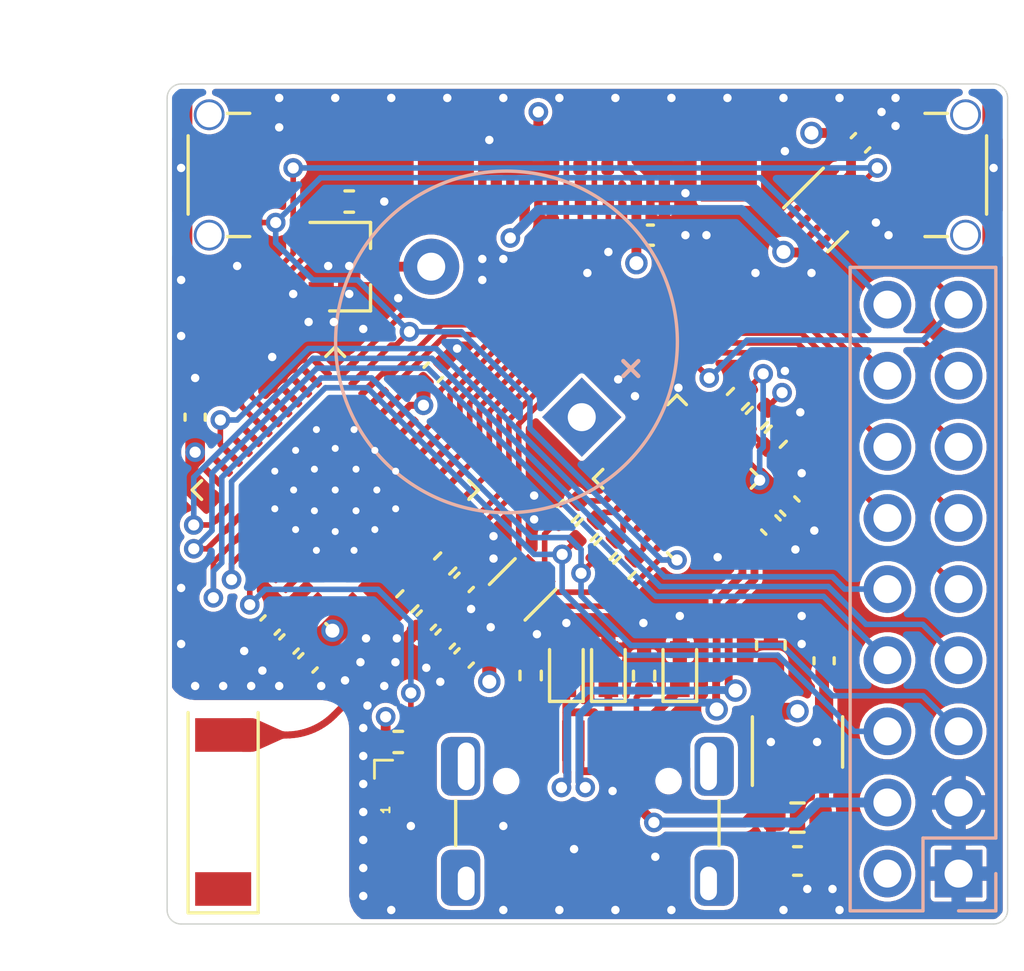
<source format=kicad_pcb>
(kicad_pcb (version 20171130) (host pcbnew "(5.1.12-1-10_14)")
  (layers (0 F.Cu signal) (1 GND.Cu power) (2 PWR.Cu power) (31 B.Cu signal) (34 B.Paste user) (35 F.Paste user) (36 B.SilkS user) (37 F.SilkS user) (38 B.Mask user) (39 F.Mask user) (44 Edge.Cuts user))
  (net 0 "")
  (net 1 "Net-(AE1-Pad1)")
  (net 2 GND)
  (net 3 +3V3)
  (net 4 "Net-(C4-Pad1)")
  (net 5 +5V)
  (net 6 /EN)
  (net 7 /D+)
  (net 8 /D-)
  (net 9 "Net-(J1-PadS1)")
  (net 10 "Net-(J1-PadB5)")
  (net 11 "Net-(J1-PadA5)")
  (net 12 /LCD_SCL)
  (net 13 /LCD_SDA)
  (net 14 /LCD_DC)
  (net 15 /LCD_RST)
  (net 16 /LEDK)
  (net 17 "Net-(Q1-Pad1)")
  (net 18 "Net-(Q1-Pad2)")
  (net 19 /BOOT)
  (net 20 "Net-(R1-Pad1)")
  (net 21 "Net-(R5-Pad1)")
  (net 22 /RTS)
  (net 23 /USB_RX)
  (net 24 /ESP_TX)
  (net 25 /USB_TX)
  (net 26 /ESP_RX)
  (net 27 /DTR)
  (net 28 /BLK)
  (net 29 /IO26)
  (net 30 /IO33)
  (net 31 /IO32)
  (net 32 /IO35)
  (net 33 /IO34)
  (net 34 "Net-(BZ1-Pad2)")
  (net 35 /BZ_EN)
  (net 36 /IO27)
  (net 37 /IO25)
  (net 38 "Net-(R14-Pad1)")
  (net 39 /IO22)
  (net 40 /IO5)
  (net 41 /IO19)
  (net 42 "Net-(R10-Pad2)")
  (net 43 /RMT_RGB)
  (module Capacitor_SMD:C_0402_1005Metric (layer F.Cu) (at 59.925 69.825 225)
    (fp_text reference C14)
    (fp_text value 1uF)
    (pad 1 smd roundrect (at -0.48 0 225) (size 0.56 0.62) (layers F.Cu F.Paste F.Mask) (net 3 +3V3))
    (pad 2 smd roundrect (at 0.48 0 225) (size 0.56 0.62) (layers F.Cu F.Paste F.Mask) (net 2 GND))
  )
  (module Package_TO_SOT_SMD:SOT-563 (layer F.Cu) (at 62.6 68.05 225)
    (fp_text reference Q1)
    (fp_text value BC847BVC-7)
    (pad 5 smd rect (at 0.75 0 225) (size 0.7 0.4) (layers F.Cu F.Paste F.Mask) (net 17 "Net-(Q1-Pad1)"))
    (pad 4 smd rect (at 0.75 0.5 225) (size 0.7 0.4) (layers F.Cu F.Paste F.Mask) (net 18 "Net-(Q1-Pad2)"))
    (pad 2 smd rect (at -0.75 0 225) (size 0.7 0.4) (layers F.Cu F.Paste F.Mask) (net 18 "Net-(Q1-Pad2)"))
    (pad 6 smd rect (at 0.75 -0.5 225) (size 0.7 0.4) (layers F.Cu F.Paste F.Mask) (net 19 /BOOT))
    (pad 3 smd rect (at -0.75 0.5 225) (size 0.7 0.4) (layers F.Cu F.Paste F.Mask) (net 6 /EN))
    (pad 1 smd rect (at -0.75 -0.5 225) (size 0.7 0.4) (layers F.Cu F.Paste F.Mask) (net 17 "Net-(Q1-Pad1)"))
  )
  (module Resistor_SMD:R_0402_1005Metric (layer F.Cu) (at 58.25 73.5)
    (fp_text reference R11)
    (fp_text value 10K)
    (pad 2 smd roundrect (at 0.51 0) (size 0.54 0.64) (layers F.Cu F.Paste F.Mask) (net 43 /RMT_RGB))
    (pad 1 smd roundrect (at -0.51 0) (size 0.54 0.64) (layers F.Cu F.Paste F.Mask) (net 3 +3V3))
  )
  (module JLC-SMT:LED_SK6805_EC15_1.5x1.5mm (layer F.Cu) (at 58.25 75 90)
    (fp_text reference D4)
    (fp_text value SK6805-EC15)
    (fp_text user 1 (at -0.925 -0.45 90) (layer F.SilkS) (effects (font (size 0.3 0.3) (thickness 0.075))))
    (pad 1 smd rect (at -0.45 -0.45 90) (size 0.5 0.5) (layers F.Cu F.Paste F.Mask))
    (pad 2 smd rect (at -0.45 0.45 90) (size 0.5 0.5) (layers F.Cu F.Paste F.Mask) (net 2 GND))
    (pad 3 smd rect (at 0.45 0.45 90) (size 0.5 0.5) (layers F.Cu F.Paste F.Mask) (net 43 /RMT_RGB))
    (pad 4 smd rect (at 0.45 -0.45 90) (size 0.5 0.5) (layers F.Cu F.Paste F.Mask) (net 3 +3V3))
  )
  (module Capacitor_SMD:C_0402_1005Metric (layer F.Cu) (at 55.025 70.675 225)
    (fp_text reference C16)
    (fp_text value 0.1uF)
    (pad 2 smd roundrect (at 0.48 0 225) (size 0.56 0.62) (layers F.Cu F.Paste F.Mask) (net 2 GND))
    (pad 1 smd roundrect (at -0.48 0 225) (size 0.56 0.62) (layers F.Cu F.Paste F.Mask) (net 3 +3V3))
  )
  (module Capacitor_SMD:C_0402_1005Metric (layer F.Cu) (at 54.35 70 225)
    (fp_text reference C15)
    (fp_text value 1uF)
    (pad 2 smd roundrect (at 0.48 0 225) (size 0.56 0.62) (layers F.Cu F.Paste F.Mask) (net 2 GND))
    (pad 1 smd roundrect (at -0.48 0 225) (size 0.56 0.62) (layers F.Cu F.Paste F.Mask) (net 3 +3V3))
  )
  (module Capacitor_SMD:C_0402_1005Metric (layer F.Cu) (at 59.5 60.3 45)
    (fp_text reference C12)
    (fp_text value 0.1uF)
    (pad 2 smd roundrect (at 0.48 0 45) (size 0.56 0.62) (layers F.Cu F.Paste F.Mask) (net 2 GND))
    (pad 1 smd roundrect (at -0.48 0 45) (size 0.56 0.62) (layers F.Cu F.Paste F.Mask) (net 3 +3V3))
  )
  (module Capacitor_SMD:C_0402_1005Metric (layer F.Cu) (at 53.675 69.325 225)
    (fp_text reference C7)
    (fp_text value 100pF)
    (pad 2 smd roundrect (at 0.48 0 225) (size 0.56 0.62) (layers F.Cu F.Paste F.Mask) (net 2 GND))
    (pad 1 smd roundrect (at -0.48 0 225) (size 0.56 0.62) (layers F.Cu F.Paste F.Mask) (net 3 +3V3))
  )
  (module Capacitor_SMD:C_0402_1005Metric (layer F.Cu) (at 60.6 70.5 225)
    (fp_text reference C6)
    (fp_text value 10uF)
    (pad 2 smd roundrect (at 0.48 0 225) (size 0.56 0.62) (layers F.Cu F.Paste F.Mask) (net 2 GND))
    (pad 1 smd roundrect (at -0.48 0 225) (size 0.56 0.62) (layers F.Cu F.Paste F.Mask) (net 3 +3V3))
  )
  (module Capacitor_SMD:C_0402_1005Metric (layer F.Cu) (at 51 61.9 90)
    (fp_text reference C5)
    (fp_text value 0.1uF)
    (pad 2 smd roundrect (at 0.48 0 90) (size 0.56 0.62) (layers F.Cu F.Paste F.Mask) (net 2 GND))
    (pad 1 smd roundrect (at -0.48 0 90) (size 0.56 0.62) (layers F.Cu F.Paste F.Mask) (net 3 +3V3))
  )
  (module Resistor_SMD:R_0603_1608Metric (layer F.Cu) (at 72.5 76.2 180)
    (fp_text reference R14)
    (fp_text value 10K)
    (pad 2 smd roundrect (at 0.825 0 180) (size 0.8 0.95) (layers F.Cu F.Paste F.Mask) (net 5 +5V))
    (pad 1 smd roundrect (at -0.825 0 180) (size 0.8 0.95) (layers F.Cu F.Paste F.Mask) (net 38 "Net-(R14-Pad1)"))
  )
  (module Resistor_SMD:R_0402_1005Metric (layer F.Cu) (at 56.5 54.2)
    (fp_text reference R13)
    (fp_text value 10K)
    (pad 2 smd roundrect (at 0.51 0) (size 0.54 0.64) (layers F.Cu F.Paste F.Mask) (net 2 GND))
    (pad 1 smd roundrect (at -0.51 0) (size 0.54 0.64) (layers F.Cu F.Paste F.Mask) (net 35 /BZ_EN))
  )
  (module Connector_PinSocket_2.54mm:PinSocket_2x09_P2.54mm_Vertical (layer B.Cu) (at 78.25 78.2)
    (fp_text reference J3)
    (fp_text value GPIO)
    (pad 18 thru_hole oval (at -2.54 -20.32) (size 1.7 1.7) (drill 1) (layers *.Cu *.Mask) (net 19 /BOOT))
    (pad 17 thru_hole oval (at 0 -20.32) (size 1.7 1.7) (drill 1) (layers *.Cu *.Mask) (net 6 /EN))
    (pad 16 thru_hole oval (at -2.54 -17.78) (size 1.7 1.7) (drill 1) (layers *.Cu *.Mask) (net 29 /IO26))
    (pad 15 thru_hole oval (at 0 -17.78) (size 1.7 1.7) (drill 1) (layers *.Cu *.Mask) (net 36 /IO27))
    (pad 14 thru_hole oval (at -2.54 -15.24) (size 1.7 1.7) (drill 1) (layers *.Cu *.Mask) (net 30 /IO33))
    (pad 13 thru_hole oval (at 0 -15.24) (size 1.7 1.7) (drill 1) (layers *.Cu *.Mask) (net 37 /IO25))
    (pad 12 thru_hole oval (at -2.54 -12.7) (size 1.7 1.7) (drill 1) (layers *.Cu *.Mask) (net 32 /IO35))
    (pad 11 thru_hole oval (at 0 -12.7) (size 1.7 1.7) (drill 1) (layers *.Cu *.Mask) (net 31 /IO32))
    (pad 10 thru_hole oval (at -2.54 -10.16) (size 1.7 1.7) (drill 1) (layers *.Cu *.Mask) (net 40 /IO5))
    (pad 9 thru_hole oval (at 0 -10.16) (size 1.7 1.7) (drill 1) (layers *.Cu *.Mask) (net 33 /IO34))
    (pad 8 thru_hole oval (at -2.54 -7.62) (size 1.7 1.7) (drill 1) (layers *.Cu *.Mask) (net 39 /IO22))
    (pad 7 thru_hole oval (at 0 -7.62) (size 1.7 1.7) (drill 1) (layers *.Cu *.Mask) (net 41 /IO19))
    (pad 6 thru_hole oval (at -2.54 -5.08) (size 1.7 1.7) (drill 1) (layers *.Cu *.Mask) (net 24 /ESP_TX))
    (pad 5 thru_hole oval (at 0 -5.08) (size 1.7 1.7) (drill 1) (layers *.Cu *.Mask) (net 26 /ESP_RX))
    (pad 4 thru_hole oval (at -2.54 -2.54) (size 1.7 1.7) (drill 1) (layers *.Cu *.Mask) (net 5 +5V))
    (pad 3 thru_hole oval (at 0 -2.54) (size 1.7 1.7) (drill 1) (layers *.Cu *.Mask) (net 2 GND))
    (pad 2 thru_hole oval (at -2.54 0) (size 1.7 1.7) (drill 1) (layers *.Cu *.Mask) (net 3 +3V3))
    (pad 1 thru_hole rect (at 0 0) (size 1.7 1.7) (drill 1) (layers *.Cu *.Mask) (net 2 GND))
  )
  (module JLC-SMT:SHOUHAN_TS24ZJ (layer F.Cu) (at 51.5 53.25 270)
    (fp_text reference SW1)
    (fp_text value BOOT)
    (pad "" thru_hole circle (at 2.15 0 270) (size 1.1 1.1) (drill 0.9) (layers *.Cu *.Mask))
    (pad "" smd rect (at 0 -1.6 270) (size 1.5 1) (layers F.Cu F.Paste F.Mask))
    (pad 2 smd rect (at 1.7 -1.3 270) (size 0.7 1.2) (layers F.Cu F.Paste F.Mask) (net 19 /BOOT))
    (pad 1 smd rect (at -1.7 -1.3 270) (size 0.7 1.2) (layers F.Cu F.Paste F.Mask) (net 2 GND))
    (pad "" smd rect (at 2.1 0.95 270) (size 1.1 0.7) (layers F.Cu F.Paste F.Mask))
    (pad "" smd rect (at -2.1 0.95 270) (size 1.1 0.7) (layers F.Cu F.Paste F.Mask))
    (pad "" thru_hole circle (at -2.15 0 270) (size 1.1 1.1) (drill 0.9) (layers *.Cu *.Mask))
  )
  (module Package_TO_SOT_SMD:SOT-23 (layer F.Cu) (at 56.5 56.525)
    (fp_text reference Q2)
    (fp_text value 2N7002)
    (pad 3 smd rect (at 1 0) (size 0.9 0.8) (layers F.Cu F.Paste F.Mask) (net 34 "Net-(BZ1-Pad2)"))
    (pad 2 smd rect (at -1 0.95) (size 0.9 0.8) (layers F.Cu F.Paste F.Mask) (net 2 GND))
    (pad 1 smd rect (at -1 -0.95) (size 0.9 0.8) (layers F.Cu F.Paste F.Mask) (net 35 /BZ_EN))
  )
  (module Capacitor_SMD:C_0603_1608Metric (layer F.Cu) (at 71.55 70.05 90)
    (fp_text reference C10)
    (fp_text value 10uF/25V)
    (pad 2 smd roundrect (at 0.775 0 90) (size 0.9 0.95) (layers F.Cu F.Paste F.Mask) (net 2 GND))
    (pad 1 smd roundrect (at -0.775 0 90) (size 0.9 0.95) (layers F.Cu F.Paste F.Mask) (net 3 +3V3))
  )
  (module Capacitor_SMD:C_0603_1608Metric (layer F.Cu) (at 72.5 77.75)
    (fp_text reference C9)
    (fp_text value 10uF/25V)
    (pad 2 smd roundrect (at 0.775 0) (size 0.9 0.95) (layers F.Cu F.Paste F.Mask) (net 2 GND))
    (pad 1 smd roundrect (at -0.775 0) (size 0.9 0.95) (layers F.Cu F.Paste F.Mask) (net 5 +5V))
  )
  (module JLC-SMT:JS_AFC11-S14ICC-00 (layer F.Cu) (at 65 53)
    (fp_text reference J2)
    (fp_text value ZJY144S025)
    (pad "" smd rect (at 5.05 0) (size 2 2.4) (layers F.Cu F.Paste F.Mask))
    (pad "" smd rect (at -5.05 0) (size 2 2.4) (layers F.Cu F.Paste F.Mask))
    (pad 2 smd rect (at -2.75 -0.975) (size 0.4 1.15) (layers F.Cu F.Paste F.Mask) (net 2 GND))
    (pad 10 smd rect (at 1.25 -0.975) (size 0.4 1.15) (layers F.Cu F.Paste F.Mask) (net 3 +3V3))
    (pad 12 smd rect (at 2.25 -0.975) (size 0.4 1.15) (layers F.Cu F.Paste F.Mask) (net 2 GND))
    (pad 14 smd rect (at 3.25 -0.975) (size 0.4 1.15) (layers F.Cu F.Paste F.Mask))
    (pad 8 smd rect (at 0.25 -0.975) (size 0.4 1.15) (layers F.Cu F.Paste F.Mask) (net 13 /LCD_SDA))
    (pad 4 smd rect (at -1.75 -0.975) (size 0.4 1.15) (layers F.Cu F.Paste F.Mask) (net 3 +3V3))
    (pad 6 smd rect (at -0.75 -0.975) (size 0.4 1.15) (layers F.Cu F.Paste F.Mask) (net 15 /LCD_RST))
    (pad 13 smd rect (at 2.75 0.975) (size 0.4 1.15) (layers F.Cu F.Paste F.Mask) (net 2 GND))
    (pad 11 smd rect (at 1.75 0.975) (size 0.4 1.15) (layers F.Cu F.Paste F.Mask) (net 3 +3V3))
    (pad 9 smd rect (at 0.75 0.975) (size 0.4 1.15) (layers F.Cu F.Paste F.Mask) (net 12 /LCD_SCL))
    (pad 7 smd rect (at -0.25 0.975) (size 0.4 1.15) (layers F.Cu F.Paste F.Mask) (net 14 /LCD_DC))
    (pad 5 smd rect (at -1.25 0.975) (size 0.4 1.15) (layers F.Cu F.Paste F.Mask) (net 2 GND))
    (pad 3 smd rect (at -2.25 0.975) (size 0.4 1.15) (layers F.Cu F.Paste F.Mask) (net 16 /LEDK))
    (pad 1 smd rect (at -3.25 0.975) (size 0.4 1.15) (layers F.Cu F.Paste F.Mask))
  )
  (module JLC-SMT:CrossAir_CA-C03 (layer F.Cu) (at 52 76 270)
    (fp_text reference AE1)
    (fp_text value CA-C03)
    (pad 2 smd rect (at 2.75 0 270) (size 1.2 2) (layers F.Cu F.Paste F.Mask))
    (pad 1 smd rect (at -2.75 0 270) (size 1.2 2) (layers F.Cu F.Paste F.Mask) (net 1 "Net-(AE1-Pad1)"))
  )
  (module JLC-SMT:SHOUHAN_TS24ZJ (layer F.Cu) (at 78.5 53.25 90)
    (fp_text reference SW2)
    (fp_text value EN)
    (pad "" thru_hole circle (at 2.15 0 90) (size 1.1 1.1) (drill 0.9) (layers *.Cu *.Mask))
    (pad "" smd rect (at 0 -1.6 90) (size 1.5 1) (layers F.Cu F.Paste F.Mask))
    (pad 2 smd rect (at 1.7 -1.3 90) (size 0.7 1.2) (layers F.Cu F.Paste F.Mask) (net 2 GND))
    (pad 1 smd rect (at -1.7 -1.3 90) (size 0.7 1.2) (layers F.Cu F.Paste F.Mask) (net 6 /EN))
    (pad "" smd rect (at 2.1 0.95 90) (size 1.1 0.7) (layers F.Cu F.Paste F.Mask))
    (pad "" smd rect (at -2.1 0.95 90) (size 1.1 0.7) (layers F.Cu F.Paste F.Mask))
    (pad "" thru_hole circle (at -2.15 0 90) (size 1.1 1.1) (drill 0.9) (layers *.Cu *.Mask))
  )
  (module Buzzer_Beeper:Buzzer_12x9.5RM7.6 (layer B.Cu) (at 64.8 61.9 135)
    (fp_text reference BZ1)
    (fp_text value TMB12A05)
    (fp_text user + (at -0.01 2.54 135) (layer B.SilkS) (effects (justify mirror)))
    (pad 2 thru_hole circle (at 7.6 0 135) (size 2 2) (drill 1) (layers *.Cu *.Mask) (net 34 "Net-(BZ1-Pad2)"))
    (pad 1 thru_hole rect (at 0 0 135) (size 2 2) (drill 1) (layers *.Cu *.Mask) (net 5 +5V))
  )
  (module JLC-SMT:ESP32-PICO_QFN-48_7x7mm_P0.5mm_EP4.5x4.5mm_ThermalVias (layer F.Cu) (at 56 64.5 135)
    (fp_text reference U4)
    (fp_text value ESP32-PICO-V3-02)
    (pad 49 smd rect (at 0 0 135) (size 4.5 4.5) (layers B.Cu) (net 2 GND))
    (pad 49 thru_hole circle (at -1.05 2 135) (size 0.5 0.5) (drill 0.25) (layers *.Cu) (net 2 GND))
    (pad 49 thru_hole circle (at 0 2 135) (size 0.5 0.5) (drill 0.25) (layers *.Cu) (net 2 GND))
    (pad 49 thru_hole circle (at 1.05 2 135) (size 0.5 0.5) (drill 0.25) (layers *.Cu) (net 2 GND))
    (pad 49 thru_hole circle (at -1.05 1.05 135) (size 0.5 0.5) (drill 0.25) (layers *.Cu) (net 2 GND))
    (pad 49 thru_hole circle (at 0 1.05 135) (size 0.5 0.5) (drill 0.25) (layers *.Cu) (net 2 GND))
    (pad 49 thru_hole circle (at 1.05 1.05 135) (size 0.5 0.5) (drill 0.25) (layers *.Cu) (net 2 GND))
    (pad 49 thru_hole circle (at -1.05 0 135) (size 0.5 0.5) (drill 0.25) (layers *.Cu) (net 2 GND))
    (pad 49 thru_hole circle (at 0 0 135) (size 0.5 0.5) (drill 0.25) (layers *.Cu) (net 2 GND))
    (pad 49 thru_hole circle (at 1.05 0 135) (size 0.5 0.5) (drill 0.25) (layers *.Cu) (net 2 GND))
    (pad 49 thru_hole circle (at -1.05 -1.05 135) (size 0.5 0.5) (drill 0.25) (layers *.Cu) (net 2 GND))
    (pad 49 thru_hole circle (at 0 -1.05 135) (size 0.5 0.5) (drill 0.25) (layers *.Cu) (net 2 GND))
    (pad 49 thru_hole circle (at 1.05 -1.05 135) (size 0.5 0.5) (drill 0.25) (layers *.Cu) (net 2 GND))
    (pad 49 thru_hole circle (at 2 1.05 135) (size 0.5 0.5) (drill 0.25) (layers *.Cu) (net 2 GND))
    (pad 49 thru_hole circle (at -2 1.05 135) (size 0.5 0.5) (drill 0.25) (layers *.Cu) (net 2 GND))
    (pad 49 thru_hole circle (at 2 0 135) (size 0.5 0.5) (drill 0.25) (layers *.Cu) (net 2 GND))
    (pad 49 thru_hole circle (at -2 0 135) (size 0.5 0.5) (drill 0.25) (layers *.Cu) (net 2 GND))
    (pad 49 thru_hole circle (at 2 -1.05 135) (size 0.5 0.5) (drill 0.25) (layers *.Cu) (net 2 GND))
    (pad 49 thru_hole circle (at -2 -1.05 135) (size 0.5 0.5) (drill 0.25) (layers *.Cu) (net 2 GND))
    (pad 49 thru_hole circle (at 1.05 -2 135) (size 0.5 0.5) (drill 0.25) (layers *.Cu) (net 2 GND))
    (pad 49 thru_hole circle (at 0 -2 135) (size 0.5 0.5) (drill 0.25) (layers *.Cu) (net 2 GND))
    (pad 49 thru_hole circle (at -1.05 -2 135) (size 0.5 0.5) (drill 0.25) (layers *.Cu) (net 2 GND))
    (pad 49 smd rect (at 0 0 135) (size 4.5 4.5) (layers F.Cu F.Mask) (net 2 GND))
    (pad 48 smd roundrect (at -2.75 -3.4375 135) (size 0.25 0.875) (layers F.Cu F.Paste F.Mask))
    (pad 47 smd roundrect (at -2.25 -3.4375 135) (size 0.25 0.875) (layers F.Cu F.Paste F.Mask))
    (pad 46 smd roundrect (at -1.75 -3.4375 135) (size 0.25 0.875) (layers F.Cu F.Paste F.Mask) (net 3 +3V3))
    (pad 45 smd roundrect (at -1.25 -3.4375 135) (size 0.25 0.875) (layers F.Cu F.Paste F.Mask))
    (pad 44 smd roundrect (at -0.75 -3.4375 135) (size 0.25 0.875) (layers F.Cu F.Paste F.Mask))
    (pad 43 smd roundrect (at -0.25 -3.4375 135) (size 0.25 0.875) (layers F.Cu F.Paste F.Mask) (net 3 +3V3))
    (pad 42 smd roundrect (at 0.25 -3.4375 135) (size 0.25 0.875) (layers F.Cu F.Paste F.Mask) (net 43 /RMT_RGB))
    (pad 41 smd roundrect (at 0.75 -3.4375 135) (size 0.25 0.875) (layers F.Cu F.Paste F.Mask) (net 24 /ESP_TX))
    (pad 40 smd roundrect (at 1.25 -3.4375 135) (size 0.25 0.875) (layers F.Cu F.Paste F.Mask) (net 26 /ESP_RX))
    (pad 39 smd roundrect (at 1.75 -3.4375 135) (size 0.25 0.875) (layers F.Cu F.Paste F.Mask) (net 39 /IO22))
    (pad 38 smd roundrect (at 2.25 -3.4375 135) (size 0.25 0.875) (layers F.Cu F.Paste F.Mask) (net 41 /IO19))
    (pad 37 smd roundrect (at 2.75 -3.4375 135) (size 0.25 0.875) (layers F.Cu F.Paste F.Mask) (net 3 +3V3))
    (pad 36 smd roundrect (at 3.4375 -2.75 135) (size 0.875 0.25) (layers F.Cu F.Paste F.Mask))
    (pad 35 smd roundrect (at 3.4375 -2.25 135) (size 0.875 0.25) (layers F.Cu F.Paste F.Mask))
    (pad 34 smd roundrect (at 3.4375 -1.75 135) (size 0.875 0.25) (layers F.Cu F.Paste F.Mask) (net 40 /IO5))
    (pad 33 smd roundrect (at 3.4375 -1.25 135) (size 0.875 0.25) (layers F.Cu F.Paste F.Mask))
    (pad 32 smd roundrect (at 3.4375 -0.75 135) (size 0.875 0.25) (layers F.Cu F.Paste F.Mask))
    (pad 31 smd roundrect (at 3.4375 -0.25 135) (size 0.875 0.25) (layers F.Cu F.Paste F.Mask) (net 28 /BLK))
    (pad 30 smd roundrect (at 3.4375 0.25 135) (size 0.875 0.25) (layers F.Cu F.Paste F.Mask) (net 35 /BZ_EN))
    (pad 29 smd roundrect (at 3.4375 0.75 135) (size 0.875 0.25) (layers F.Cu F.Paste F.Mask))
    (pad 28 smd roundrect (at 3.4375 1.25 135) (size 0.875 0.25) (layers F.Cu F.Paste F.Mask))
    (pad 27 smd roundrect (at 3.4375 1.75 135) (size 0.875 0.25) (layers F.Cu F.Paste F.Mask))
    (pad 26 smd roundrect (at 3.4375 2.25 135) (size 0.875 0.25) (layers F.Cu F.Paste F.Mask))
    (pad 25 smd roundrect (at 3.4375 2.75 135) (size 0.875 0.25) (layers F.Cu F.Paste F.Mask))
    (pad 24 smd roundrect (at 2.75 3.4375 135) (size 0.25 0.875) (layers F.Cu F.Paste F.Mask) (net 15 /LCD_RST))
    (pad 23 smd roundrect (at 2.25 3.4375 135) (size 0.25 0.875) (layers F.Cu F.Paste F.Mask) (net 19 /BOOT))
    (pad 22 smd roundrect (at 1.75 3.4375 135) (size 0.25 0.875) (layers F.Cu F.Paste F.Mask) (net 14 /LCD_DC))
    (pad 21 smd roundrect (at 1.25 3.4375 135) (size 0.25 0.875) (layers F.Cu F.Paste F.Mask))
    (pad 20 smd roundrect (at 0.75 3.4375 135) (size 0.25 0.875) (layers F.Cu F.Paste F.Mask) (net 13 /LCD_SDA))
    (pad 19 smd roundrect (at 0.25 3.4375 135) (size 0.25 0.875) (layers F.Cu F.Paste F.Mask) (net 3 +3V3))
    (pad 18 smd roundrect (at -0.25 3.4375 135) (size 0.25 0.875) (layers F.Cu F.Paste F.Mask))
    (pad 17 smd roundrect (at -0.75 3.4375 135) (size 0.25 0.875) (layers F.Cu F.Paste F.Mask) (net 12 /LCD_SCL))
    (pad 16 smd roundrect (at -1.25 3.4375 135) (size 0.25 0.875) (layers F.Cu F.Paste F.Mask) (net 36 /IO27))
    (pad 15 smd roundrect (at -1.75 3.4375 135) (size 0.25 0.875) (layers F.Cu F.Paste F.Mask) (net 29 /IO26))
    (pad 14 smd roundrect (at -2.25 3.4375 135) (size 0.25 0.875) (layers F.Cu F.Paste F.Mask) (net 37 /IO25))
    (pad 13 smd roundrect (at -2.75 3.4375 135) (size 0.25 0.875) (layers F.Cu F.Paste F.Mask) (net 30 /IO33))
    (pad 12 smd roundrect (at -3.4375 2.75 135) (size 0.875 0.25) (layers F.Cu F.Paste F.Mask) (net 31 /IO32))
    (pad 11 smd roundrect (at -3.4375 2.25 135) (size 0.875 0.25) (layers F.Cu F.Paste F.Mask) (net 32 /IO35))
    (pad 10 smd roundrect (at -3.4375 1.75 135) (size 0.875 0.25) (layers F.Cu F.Paste F.Mask) (net 33 /IO34))
    (pad 9 smd roundrect (at -3.4375 1.25 135) (size 0.875 0.25) (layers F.Cu F.Paste F.Mask) (net 6 /EN))
    (pad 8 smd roundrect (at -3.4375 0.75 135) (size 0.875 0.25) (layers F.Cu F.Paste F.Mask))
    (pad 7 smd roundrect (at -3.4375 0.25 135) (size 0.875 0.25) (layers F.Cu F.Paste F.Mask))
    (pad 6 smd roundrect (at -3.4375 -0.25 135) (size 0.875 0.25) (layers F.Cu F.Paste F.Mask))
    (pad 5 smd roundrect (at -3.4375 -0.75 135) (size 0.875 0.25) (layers F.Cu F.Paste F.Mask))
    (pad 4 smd roundrect (at -3.4375 -1.25 135) (size 0.875 0.25) (layers F.Cu F.Paste F.Mask) (net 42 "Net-(R10-Pad2)"))
    (pad 3 smd roundrect (at -3.4375 -1.75 135) (size 0.875 0.25) (layers F.Cu F.Paste F.Mask) (net 42 "Net-(R10-Pad2)"))
    (pad 2 smd roundrect (at -3.4375 -2.25 135) (size 0.875 0.25) (layers F.Cu F.Paste F.Mask) (net 1 "Net-(AE1-Pad1)"))
    (pad 1 smd roundrect (at -3.4375 -2.75 135) (size 0.875 0.25) (layers F.Cu F.Paste F.Mask) (net 3 +3V3))
  )
  (module Package_TO_SOT_SMD:SOT-23-5 (layer F.Cu) (at 72.5 73.5 90)
    (fp_text reference U3)
    (fp_text value SPX3819M5-L-3-3)
    (pad 5 smd rect (at 1.1 -0.95 90) (size 1.06 0.65) (layers F.Cu F.Paste F.Mask) (net 3 +3V3))
    (pad 4 smd rect (at 1.1 0.95 90) (size 1.06 0.65) (layers F.Cu F.Paste F.Mask) (net 4 "Net-(C4-Pad1)"))
    (pad 3 smd rect (at -1.1 0.95 90) (size 1.06 0.65) (layers F.Cu F.Paste F.Mask) (net 38 "Net-(R14-Pad1)"))
    (pad 2 smd rect (at -1.1 0 90) (size 1.06 0.65) (layers F.Cu F.Paste F.Mask) (net 2 GND))
    (pad 1 smd rect (at -1.1 -0.95 90) (size 1.06 0.65) (layers F.Cu F.Paste F.Mask) (net 5 +5V))
  )
  (module JLC-SMT:AW9364DNR_DFN2x2-8L (layer F.Cu) (at 73.5 54.5 225)
    (fp_text reference U2)
    (fp_text value AW9364DNR)
    (pad 1 smd roundrect (at -0.9625 -0.75 225) (size 0.775 0.25) (layers F.Cu F.Paste F.Mask) (net 2 GND))
    (pad 2 smd roundrect (at -0.9625 -0.25 225) (size 0.775 0.25) (layers F.Cu F.Paste F.Mask) (net 28 /BLK))
    (pad 3 smd roundrect (at -0.9625 0.25 225) (size 0.775 0.25) (layers F.Cu F.Paste F.Mask) (net 3 +3V3))
    (pad 4 smd roundrect (at -0.9625 0.75 225) (size 0.775 0.25) (layers F.Cu F.Paste F.Mask) (net 2 GND))
    (pad 5 smd roundrect (at 0.9625 0.75 225) (size 0.775 0.25) (layers F.Cu F.Paste F.Mask))
    (pad 6 smd roundrect (at 0.9625 0.25 225) (size 0.775 0.25) (layers F.Cu F.Paste F.Mask))
    (pad 7 smd roundrect (at 0.9625 -0.25 225) (size 0.775 0.25) (layers F.Cu F.Paste F.Mask))
    (pad 8 smd roundrect (at 0.9625 -0.75 225) (size 0.775 0.25) (layers F.Cu F.Paste F.Mask) (net 16 /LEDK))
    (pad 9 smd rect (at 0 0 225) (size 0.6 1.2) (layers F.Cu F.Mask))
  )
  (module Package_DFN_QFN:QFN-24-1EP_4x4mm_P0.5mm_EP2.6x2.6mm (layer F.Cu) (at 68.2 64.1 135)
    (fp_text reference U1)
    (fp_text value CP2102N-A02-GQFN24R)
    (pad 25 smd rect (at 0 0 135) (size 2.6 2.6) (layers F.Cu F.Mask) (net 2 GND))
    (pad 24 smd roundrect (at -1.25 -1.9375 135) (size 0.25 0.825) (layers F.Cu F.Paste F.Mask))
    (pad 23 smd roundrect (at -0.75 -1.9375 135) (size 0.25 0.825) (layers F.Cu F.Paste F.Mask) (net 27 /DTR))
    (pad 22 smd roundrect (at -0.25 -1.9375 135) (size 0.25 0.825) (layers F.Cu F.Paste F.Mask))
    (pad 21 smd roundrect (at 0.25 -1.9375 135) (size 0.25 0.825) (layers F.Cu F.Paste F.Mask) (net 25 /USB_TX))
    (pad 20 smd roundrect (at 0.75 -1.9375 135) (size 0.25 0.825) (layers F.Cu F.Paste F.Mask) (net 23 /USB_RX))
    (pad 19 smd roundrect (at 1.25 -1.9375 135) (size 0.25 0.825) (layers F.Cu F.Paste F.Mask) (net 22 /RTS))
    (pad 18 smd roundrect (at 1.9375 -1.25 135) (size 0.825 0.25) (layers F.Cu F.Paste F.Mask))
    (pad 17 smd roundrect (at 1.9375 -0.75 135) (size 0.825 0.25) (layers F.Cu F.Paste F.Mask))
    (pad 16 smd roundrect (at 1.9375 -0.25 135) (size 0.825 0.25) (layers F.Cu F.Paste F.Mask))
    (pad 15 smd roundrect (at 1.9375 0.25 135) (size 0.825 0.25) (layers F.Cu F.Paste F.Mask))
    (pad 14 smd roundrect (at 1.9375 0.75 135) (size 0.825 0.25) (layers F.Cu F.Paste F.Mask))
    (pad 13 smd roundrect (at 1.9375 1.25 135) (size 0.825 0.25) (layers F.Cu F.Paste F.Mask))
    (pad 12 smd roundrect (at 1.25 1.9375 135) (size 0.25 0.825) (layers F.Cu F.Paste F.Mask))
    (pad 11 smd roundrect (at 0.75 1.9375 135) (size 0.25 0.825) (layers F.Cu F.Paste F.Mask))
    (pad 10 smd roundrect (at 0.25 1.9375 135) (size 0.25 0.825) (layers F.Cu F.Paste F.Mask))
    (pad 9 smd roundrect (at -0.25 1.9375 135) (size 0.25 0.825) (layers F.Cu F.Paste F.Mask) (net 21 "Net-(R5-Pad1)"))
    (pad 8 smd roundrect (at -0.75 1.9375 135) (size 0.25 0.825) (layers F.Cu F.Paste F.Mask) (net 20 "Net-(R1-Pad1)"))
    (pad 7 smd roundrect (at -1.25 1.9375 135) (size 0.25 0.825) (layers F.Cu F.Paste F.Mask) (net 3 +3V3))
    (pad 6 smd roundrect (at -1.9375 1.25 135) (size 0.825 0.25) (layers F.Cu F.Paste F.Mask) (net 3 +3V3))
    (pad 5 smd roundrect (at -1.9375 0.75 135) (size 0.825 0.25) (layers F.Cu F.Paste F.Mask) (net 3 +3V3))
    (pad 4 smd roundrect (at -1.9375 0.25 135) (size 0.825 0.25) (layers F.Cu F.Paste F.Mask) (net 8 /D-))
    (pad 3 smd roundrect (at -1.9375 -0.25 135) (size 0.825 0.25) (layers F.Cu F.Paste F.Mask) (net 7 /D+))
    (pad 2 smd roundrect (at -1.9375 -0.75 135) (size 0.825 0.25) (layers F.Cu F.Paste F.Mask) (net 2 GND))
    (pad 1 smd roundrect (at -1.9375 -1.25 135) (size 0.825 0.25) (layers F.Cu F.Paste F.Mask))
  )
  (module Resistor_SMD:R_0402_1005Metric (layer F.Cu) (at 59.925 67.125 45)
    (fp_text reference R12)
    (fp_text value 10K)
    (pad 2 smd roundrect (at 0.51 0 45) (size 0.54 0.64) (layers F.Cu F.Paste F.Mask) (net 6 /EN))
    (pad 1 smd roundrect (at -0.51 0 45) (size 0.54 0.64) (layers F.Cu F.Paste F.Mask) (net 3 +3V3))
  )
  (module Resistor_SMD:R_0402_1005Metric (layer F.Cu) (at 58.575 68.475 225)
    (fp_text reference R10)
    (fp_text value 0)
    (pad 2 smd roundrect (at 0.51 0 225) (size 0.54 0.64) (layers F.Cu F.Paste F.Mask) (net 42 "Net-(R10-Pad2)"))
    (pad 1 smd roundrect (at -0.51 0 225) (size 0.54 0.64) (layers F.Cu F.Paste F.Mask) (net 3 +3V3))
  )
  (module Resistor_SMD:R_0402_1005Metric (layer F.Cu) (at 66.325 67.275 225)
    (fp_text reference R9)
    (fp_text value 10K)
    (pad 2 smd roundrect (at 0.51 0 225) (size 0.54 0.64) (layers F.Cu F.Paste F.Mask) (net 17 "Net-(Q1-Pad1)"))
    (pad 1 smd roundrect (at -0.51 0 225) (size 0.54 0.64) (layers F.Cu F.Paste F.Mask) (net 27 /DTR))
  )
  (module Resistor_SMD:R_0402_1005Metric (layer F.Cu) (at 65.65 66.6 45)
    (fp_text reference R8)
    (fp_text value 1K)
    (pad 2 smd roundrect (at 0.51 0 45) (size 0.54 0.64) (layers F.Cu F.Paste F.Mask) (net 25 /USB_TX))
    (pad 1 smd roundrect (at -0.51 0 45) (size 0.54 0.64) (layers F.Cu F.Paste F.Mask) (net 26 /ESP_RX))
  )
  (module Resistor_SMD:R_0402_1005Metric (layer F.Cu) (at 64.975 65.925 45)
    (fp_text reference R7)
    (fp_text value 1K)
    (pad 2 smd roundrect (at 0.51 0 45) (size 0.54 0.64) (layers F.Cu F.Paste F.Mask) (net 23 /USB_RX))
    (pad 1 smd roundrect (at -0.51 0 45) (size 0.54 0.64) (layers F.Cu F.Paste F.Mask) (net 24 /ESP_TX))
  )
  (module Resistor_SMD:R_0402_1005Metric (layer F.Cu) (at 64.3 65.25 45)
    (fp_text reference R6)
    (fp_text value 10K)
    (pad 2 smd roundrect (at 0.51 0 45) (size 0.54 0.64) (layers F.Cu F.Paste F.Mask) (net 22 /RTS))
    (pad 1 smd roundrect (at -0.51 0 45) (size 0.54 0.64) (layers F.Cu F.Paste F.Mask) (net 18 "Net-(Q1-Pad2)"))
  )
  (module Resistor_SMD:R_0402_1005Metric (layer F.Cu) (at 70.375 61.25 45)
    (fp_text reference R5)
    (fp_text value 1K)
    (pad 2 smd roundrect (at 0.51 0 45) (size 0.54 0.64) (layers F.Cu F.Paste F.Mask) (net 3 +3V3))
    (pad 1 smd roundrect (at -0.51 0 45) (size 0.54 0.64) (layers F.Cu F.Paste F.Mask) (net 21 "Net-(R5-Pad1)"))
  )
  (module Resistor_SMD:R_0402_1005Metric (layer F.Cu) (at 67.025 71.125 270)
    (fp_text reference R4)
    (fp_text value 5.1K)
    (pad 2 smd roundrect (at 0.51 0 270) (size 0.54 0.64) (layers F.Cu F.Paste F.Mask) (net 10 "Net-(J1-PadB5)"))
    (pad 1 smd roundrect (at -0.51 0 270) (size 0.54 0.64) (layers F.Cu F.Paste F.Mask) (net 2 GND))
  )
  (module Resistor_SMD:R_0402_1005Metric (layer F.Cu) (at 62.975 71.125 270)
    (fp_text reference R3)
    (fp_text value 5.1K)
    (pad 2 smd roundrect (at 0.51 0 270) (size 0.54 0.64) (layers F.Cu F.Paste F.Mask) (net 11 "Net-(J1-PadA5)"))
    (pad 1 smd roundrect (at -0.51 0 270) (size 0.54 0.64) (layers F.Cu F.Paste F.Mask) (net 2 GND))
  )
  (module Resistor_SMD:R_0402_1005Metric (layer F.Cu) (at 71.725 62.6 45)
    (fp_text reference R2)
    (fp_text value "47.5K(1%)")
    (pad 2 smd roundrect (at 0.51 0 45) (size 0.54 0.64) (layers F.Cu F.Paste F.Mask) (net 2 GND))
    (pad 1 smd roundrect (at -0.51 0 45) (size 0.54 0.64) (layers F.Cu F.Paste F.Mask) (net 20 "Net-(R1-Pad1)"))
  )
  (module Resistor_SMD:R_0402_1005Metric (layer F.Cu) (at 71.05 61.925 45)
    (fp_text reference R1)
    (fp_text value "22.1K(1%)")
    (pad 2 smd roundrect (at 0.51 0 45) (size 0.54 0.64) (layers F.Cu F.Paste F.Mask) (net 5 +5V))
    (pad 1 smd roundrect (at -0.51 0 45) (size 0.54 0.64) (layers F.Cu F.Paste F.Mask) (net 20 "Net-(R1-Pad1)"))
  )
  (module JLC-SMT:HRO_TYPE-C-31-M-12 (layer F.Cu) (at 65 77.5)
    (fp_text reference J1)
    (fp_text value TYPE-C-31-M-12)
    (pad S1 thru_hole roundrect (at 4.325 1.05) (size 1.4 2) (drill oval 0.6 1.2 (offset 0.2 -0.2)) (layers *.Cu *.Mask) (net 9 "Net-(J1-PadS1)"))
    (pad "" np_thru_hole circle (at 2.9 -2.6) (size 0.65 0.65) (drill 0.65) (layers *.Cu *.Mask))
    (pad S1 thru_hole roundrect (at -4.325 1.05) (size 1.4 2) (drill oval 0.6 1.2 (offset -0.2 -0.2)) (layers *.Cu *.Mask) (net 9 "Net-(J1-PadS1)"))
    (pad "" np_thru_hole circle (at -2.9 -2.6) (size 0.65 0.65) (drill 0.65) (layers *.Cu *.Mask))
    (pad S1 thru_hole roundrect (at -4.325 -3.13) (size 1.4 2.1) (drill oval 0.6 1.7 (offset -0.2 0)) (layers *.Cu *.Mask) (net 9 "Net-(J1-PadS1)"))
    (pad S1 thru_hole roundrect (at 4.325 -3.13) (size 1.4 2.1) (drill oval 0.6 1.7 (offset 0.2 0)) (layers *.Cu *.Mask) (net 9 "Net-(J1-PadS1)"))
    (pad A6 smd rect (at -0.25 -4.045) (size 0.3 1.45) (layers F.Cu F.Paste F.Mask) (net 7 /D+))
    (pad B5 smd rect (at 1.75 -4.045) (size 0.3 1.45) (layers F.Cu F.Paste F.Mask) (net 10 "Net-(J1-PadB5)"))
    (pad A8 smd rect (at 1.25 -4.045) (size 0.3 1.45) (layers F.Cu F.Paste F.Mask))
    (pad B6 smd rect (at 0.75 -4.045) (size 0.3 1.45) (layers F.Cu F.Paste F.Mask) (net 7 /D+))
    (pad A7 smd rect (at 0.25 -4.045) (size 0.3 1.45) (layers F.Cu F.Paste F.Mask) (net 8 /D-))
    (pad B7 smd rect (at -0.75 -4.045) (size 0.3 1.45) (layers F.Cu F.Paste F.Mask) (net 8 /D-))
    (pad A5 smd rect (at -1.25 -4.045) (size 0.3 1.45) (layers F.Cu F.Paste F.Mask) (net 11 "Net-(J1-PadA5)"))
    (pad B8 smd rect (at -1.75 -4.045) (size 0.3 1.45) (layers F.Cu F.Paste F.Mask))
    (pad A12 smd rect (at 3.2 -4.045) (size 0.6 1.45) (layers F.Cu F.Paste F.Mask) (net 2 GND))
    (pad B4 smd rect (at 2.4 -4.045) (size 0.6 1.45) (layers F.Cu F.Paste F.Mask) (net 5 +5V))
    (pad A4 smd rect (at -2.4 -4.045) (size 0.6 1.45) (layers F.Cu F.Paste F.Mask) (net 5 +5V))
    (pad A1 smd rect (at -3.2 -4.045) (size 0.6 1.45) (layers F.Cu F.Paste F.Mask) (net 2 GND))
    (pad B12 smd rect (at -3.2 -4.045) (size 0.6 1.45) (layers F.Cu F.Paste F.Mask) (net 2 GND))
    (pad B9 smd rect (at -2.4 -4.045) (size 0.6 1.45) (layers F.Cu F.Paste F.Mask) (net 5 +5V))
    (pad A9 smd rect (at 2.4 -4.045) (size 0.6 1.45) (layers F.Cu F.Paste F.Mask) (net 5 +5V))
    (pad B1 smd rect (at 3.2 -4.045) (size 0.6 1.45) (layers F.Cu F.Paste F.Mask) (net 2 GND))
  )
  (module Diode_SMD:D_SOD-523 (layer F.Cu) (at 68.3 70.9 90)
    (fp_text reference D3)
    (fp_text value LESD5Z5.0CT1G)
    (pad 1 smd rect (at -0.7 0 270) (size 0.6 0.7) (layers F.Cu F.Paste F.Mask) (net 5 +5V))
    (pad 2 smd rect (at 0.7 0 270) (size 0.6 0.7) (layers F.Cu F.Paste F.Mask) (net 2 GND))
  )
  (module Diode_SMD:D_SOD-523 (layer F.Cu) (at 64.25 70.9 90)
    (fp_text reference D2)
    (fp_text value LESD5Z5.0CT1G)
    (pad 1 smd rect (at -0.7 0 270) (size 0.6 0.7) (layers F.Cu F.Paste F.Mask) (net 8 /D-))
    (pad 2 smd rect (at 0.7 0 270) (size 0.6 0.7) (layers F.Cu F.Paste F.Mask) (net 2 GND))
  )
  (module Diode_SMD:D_SOD-523 (layer F.Cu) (at 65.75 70.9 90)
    (fp_text reference D1)
    (fp_text value LESD5Z5.0CT1G)
    (pad 1 smd rect (at -0.7 0 270) (size 0.6 0.7) (layers F.Cu F.Paste F.Mask) (net 7 /D+))
    (pad 2 smd rect (at 0.7 0 270) (size 0.6 0.7) (layers F.Cu F.Paste F.Mask) (net 2 GND))
  )
  (module Capacitor_SMD:C_0402_1005Metric (layer F.Cu) (at 59.25 69.15 225)
    (fp_text reference C13)
    (fp_text value 0.1uF)
    (pad 2 smd roundrect (at 0.48 0 225) (size 0.56 0.62) (layers F.Cu F.Paste F.Mask) (net 2 GND))
    (pad 1 smd roundrect (at -0.48 0 225) (size 0.56 0.62) (layers F.Cu F.Paste F.Mask) (net 3 +3V3))
  )
  (module Capacitor_SMD:C_0402_1005Metric (layer F.Cu) (at 60.6 67.8 225)
    (fp_text reference C11)
    (fp_text value 1uF)
    (pad 2 smd roundrect (at 0.48 0 225) (size 0.56 0.62) (layers F.Cu F.Paste F.Mask) (net 2 GND))
    (pad 1 smd roundrect (at -0.48 0 225) (size 0.56 0.62) (layers F.Cu F.Paste F.Mask) (net 6 /EN))
  )
  (module Capacitor_SMD:C_0402_1005Metric (layer F.Cu) (at 74.75 52.1 45)
    (fp_text reference C8)
    (fp_text value 1uF)
    (pad 2 smd roundrect (at 0.48 0 45) (size 0.56 0.62) (layers F.Cu F.Paste F.Mask) (net 2 GND))
    (pad 1 smd roundrect (at -0.48 0 45) (size 0.56 0.62) (layers F.Cu F.Paste F.Mask) (net 3 +3V3))
  )
  (module Capacitor_SMD:C_0402_1005Metric (layer F.Cu) (at 73.45 70.6 90)
    (fp_text reference C4)
    (fp_text value 10nF)
    (pad 2 smd roundrect (at 0.48 0 90) (size 0.56 0.62) (layers F.Cu F.Paste F.Mask) (net 2 GND))
    (pad 1 smd roundrect (at -0.48 0 90) (size 0.56 0.62) (layers F.Cu F.Paste F.Mask) (net 4 "Net-(C4-Pad1)"))
  )
  (module Capacitor_SMD:C_0402_1005Metric (layer F.Cu) (at 67.25 55.4)
    (fp_text reference C3)
    (fp_text value 1uF)
    (pad 2 smd roundrect (at 0.48 0) (size 0.56 0.62) (layers F.Cu F.Paste F.Mask) (net 2 GND))
    (pad 1 smd roundrect (at -0.48 0) (size 0.56 0.62) (layers F.Cu F.Paste F.Mask) (net 3 +3V3))
  )
  (module Capacitor_SMD:C_0402_1005Metric (layer F.Cu) (at 71.55 65.75 315)
    (fp_text reference C2)
    (fp_text value 0.1uF)
    (pad 2 smd roundrect (at 0.48 0 315) (size 0.56 0.62) (layers F.Cu F.Paste F.Mask) (net 2 GND))
    (pad 1 smd roundrect (at -0.48 0 315) (size 0.56 0.62) (layers F.Cu F.Paste F.Mask) (net 3 +3V3))
  )
  (module Capacitor_SMD:C_0402_1005Metric (layer F.Cu) (at 72.225 65.075 315)
    (fp_text reference C1)
    (fp_text value 4.7uF)
    (pad 2 smd roundrect (at 0.48 0 315) (size 0.56 0.62) (layers F.Cu F.Paste F.Mask) (net 2 GND))
    (pad 1 smd roundrect (at -0.48 0 315) (size 0.56 0.62) (layers F.Cu F.Paste F.Mask) (net 3 +3V3))
  )
  (gr_arc (start 79.5 79.5) (end 79.5 80) (angle -90) (layer Edge.Cuts) (width 0.05))
  (gr_arc (start 50.5 79.5) (end 50 79.5) (angle -90) (layer Edge.Cuts) (width 0.05))
  (gr_arc (start 50.5 50.5) (end 50.5 50) (angle -90) (layer Edge.Cuts) (width 0.05))
  (gr_arc (start 79.5 50.5) (end 80 50.5) (angle -90) (layer Edge.Cuts) (width 0.05))
  (gr_line (start 79.5 50) (end 50.5 50) (layer Edge.Cuts) (width 0.05))
  (gr_line (start 80 79.5) (end 80 50.5) (layer Edge.Cuts) (width 0.05))
  (gr_line (start 50.5 80) (end 79.5 80) (layer Edge.Cuts) (width 0.05))
  (gr_line (start 50 50.5) (end 50 79.5) (layer Edge.Cuts) (width 0.05))
  (segment (start 57.635137 69.643147) (end 57.65 69.831981) (width 0.25) (layer F.Cu) (net 1))
  (segment (start 57.590919 69.458964) (end 57.635137 69.643147) (width 0.25) (layer F.Cu) (net 1))
  (segment (start 56.839689 68.52167) (end 57.296446 68.978427) (width 0.25) (layer F.Cu) (net 1))
  (segment (start 57.419462 69.122461) (end 57.518432 69.283965) (width 0.25) (layer F.Cu) (net 1))
  (segment (start 57.296446 68.978427) (end 57.419462 69.122461) (width 0.25) (layer F.Cu) (net 1))
  (segment (start 57.518432 69.283965) (end 57.590919 69.458964) (width 0.25) (layer F.Cu) (net 1))
  (segment (start 57.65 69.85) (end 57.65 69.831981) (width 0.25) (layer F.Cu) (net 1))
  (segment (start 57.65 69.85) (end 57.64669 69.97635) (width 0.25) (layer F.Cu) (net 1))
  (segment (start 57.64669 69.97635) (end 57.636774 70.102353) (width 0.25) (layer F.Cu) (net 1))
  (segment (start 57.636774 70.102353) (end 57.620276 70.227666) (width 0.25) (layer F.Cu) (net 1))
  (segment (start 57.620276 70.227666) (end 57.597243 70.351942) (width 0.25) (layer F.Cu) (net 1))
  (segment (start 57.597243 70.351942) (end 57.567737 70.474844) (width 0.25) (layer F.Cu) (net 1))
  (segment (start 57.567737 70.474844) (end 57.531839 70.596032) (width 0.25) (layer F.Cu) (net 1))
  (segment (start 57.531839 70.596032) (end 57.489648 70.715176) (width 0.25) (layer F.Cu) (net 1))
  (segment (start 57.489648 70.715176) (end 57.441279 70.831948) (width 0.25) (layer F.Cu) (net 1))
  (segment (start 57.441279 70.831948) (end 57.386865 70.946029) (width 0.25) (layer F.Cu) (net 1))
  (segment (start 57.386865 70.946029) (end 57.326556 71.057106) (width 0.25) (layer F.Cu) (net 1))
  (segment (start 57.326556 71.057106) (end 57.260515 71.164874) (width 0.25) (layer F.Cu) (net 1))
  (segment (start 57.260515 71.164874) (end 57.188925 71.269038) (width 0.25) (layer F.Cu) (net 1))
  (segment (start 57.188925 71.269038) (end 57.111982 71.369312) (width 0.25) (layer F.Cu) (net 1))
  (segment (start 57.111982 71.369312) (end 57.029896 71.465423) (width 0.25) (layer F.Cu) (net 1))
  (segment (start 57.029896 71.465423) (end 56.942893 71.557106) (width 0.25) (layer F.Cu) (net 1))
  (segment (start 55.957106 72.542893) (end 56.942893 71.557106) (width 0.25) (layer F.Cu) (net 1))
  (segment (start 55.957106 72.542893) (end 55.865422 72.629895) (width 0.25) (layer F.Cu) (net 1))
  (segment (start 55.865422 72.629895) (end 55.769312 72.711981) (width 0.25) (layer F.Cu) (net 1))
  (segment (start 55.769312 72.711981) (end 55.669038 72.788925) (width 0.25) (layer F.Cu) (net 1))
  (segment (start 55.669038 72.788925) (end 55.564873 72.860515) (width 0.25) (layer F.Cu) (net 1))
  (segment (start 55.564873 72.860515) (end 55.457105 72.926555) (width 0.25) (layer F.Cu) (net 1))
  (segment (start 55.457105 72.926555) (end 55.346029 72.986865) (width 0.25) (layer F.Cu) (net 1))
  (segment (start 55.346029 72.986865) (end 55.231948 73.041279) (width 0.25) (layer F.Cu) (net 1))
  (segment (start 55.231948 73.041279) (end 55.115176 73.089648) (width 0.25) (layer F.Cu) (net 1))
  (segment (start 55.115176 73.089648) (end 54.996032 73.131839) (width 0.25) (layer F.Cu) (net 1))
  (segment (start 54.996032 73.131839) (end 54.874844 73.167737) (width 0.25) (layer F.Cu) (net 1))
  (segment (start 54.874844 73.167737) (end 54.751942 73.197243) (width 0.25) (layer F.Cu) (net 1))
  (segment (start 54.751942 73.197243) (end 54.627665 73.220276) (width 0.25) (layer F.Cu) (net 1))
  (segment (start 54.627665 73.220276) (end 54.502353 73.236774) (width 0.25) (layer F.Cu) (net 1))
  (segment (start 54.502353 73.236774) (end 54.37635 73.246691) (width 0.25) (layer F.Cu) (net 1))
  (segment (start 54.37635 73.246691) (end 54.25 73.25) (width 0.25) (layer F.Cu) (net 1))
  (segment (start 54.25 73.25) (end 52 73.25) (width 0.25) (layer F.Cu) (net 1))
  (via (at 57.1 69.8) (size 0.5) (drill 0.3) (layers F.Cu B.Cu) (net 2))
  (segment (start 68.2 65.16066) (end 68.2 64.1) (width 0.25) (layer F.Cu) (net 2))
  (segment (start 69.039689 66.000349) (end 68.2 65.16066) (width 0.25) (layer F.Cu) (net 2))
  (via (at 62 76.5) (size 0.5) (drill 0.3) (layers F.Cu B.Cu) (net 2))
  (via (at 67.425 77.6) (size 0.5) (drill 0.3) (layers F.Cu B.Cu) (net 2))
  (via (at 64.525 77.325) (size 0.5) (drill 0.3) (layers F.Cu B.Cu) (net 2))
  (via (at 56 50.5) (size 0.5) (drill 0.3) (layers F.Cu B.Cu) (net 2))
  (via (at 52.5 56.5) (size 0.5) (drill 0.3) (layers F.Cu B.Cu) (net 2))
  (via (at 72.6 61.725) (size 0.5) (drill 0.3) (layers F.Cu B.Cu) (net 2))
  (via (at 72.65 63.9) (size 0.5) (drill 0.3) (layers F.Cu B.Cu) (net 2))
  (via (at 66.1 60.55) (size 0.5) (drill 0.3) (layers F.Cu B.Cu) (net 2))
  (via (at 68.25 60.85) (size 0.5) (drill 0.3) (layers F.Cu B.Cu) (net 2))
  (via (at 60.35 59.45) (size 0.5) (drill 0.3) (layers F.Cu B.Cu) (net 2))
  (via (at 60.85 68.75) (size 0.5) (drill 0.3) (layers F.Cu B.Cu) (net 2))
  (via (at 52.75 70.25) (size 0.5) (drill 0.3) (layers F.Cu B.Cu) (net 2))
  (via (at 51 60.5) (size 0.5) (drill 0.3) (layers F.Cu B.Cu) (net 2))
  (via (at 63.1 64.7) (size 0.5) (drill 0.3) (layers F.Cu B.Cu) (net 2))
  (via (at 63.1 65.55) (size 0.5) (drill 0.3) (layers F.Cu B.Cu) (net 2))
  (via (at 72.65 69) (size 0.5) (drill 0.3) (layers F.Cu B.Cu) (net 2))
  (via (at 72.65 70) (size 0.5) (drill 0.3) (layers F.Cu B.Cu) (net 2))
  (via (at 72.425 66.625) (size 0.5) (drill 0.3) (layers F.Cu B.Cu) (net 2))
  (via (at 73.1 65.95) (size 0.5) (drill 0.3) (layers F.Cu B.Cu) (net 2))
  (via (at 69.65 66.9) (size 0.5) (drill 0.3) (layers F.Cu B.Cu) (net 2))
  (segment (start 69.65 66.61066) (end 69.65 66.9) (width 0.2) (layer F.Cu) (net 2))
  (segment (start 69.039689 66.000349) (end 69.65 66.61066) (width 0.2) (layer F.Cu) (net 2))
  (via (at 68.3 69) (size 0.5) (drill 0.3) (layers F.Cu B.Cu) (net 2))
  (via (at 67 69.25) (size 0.5) (drill 0.3) (layers F.Cu B.Cu) (net 2))
  (via (at 64.25 69.25) (size 0.5) (drill 0.3) (layers F.Cu B.Cu) (net 2))
  (via (at 63.2 69.65) (size 0.5) (drill 0.3) (layers F.Cu B.Cu) (net 2))
  (via (at 61.65 66.15) (size 0.5) (drill 0.3) (layers F.Cu B.Cu) (net 2))
  (via (at 61.65 66.95) (size 0.5) (drill 0.3) (layers F.Cu B.Cu) (net 2))
  (via (at 61.55 69.4) (size 0.5) (drill 0.3) (layers F.Cu B.Cu) (net 2))
  (via (at 59.75 71.35) (size 0.5) (drill 0.3) (layers F.Cu B.Cu) (net 2))
  (via (at 59.25 70.85) (size 0.5) (drill 0.3) (layers F.Cu B.Cu) (net 2))
  (via (at 66.7 61.15) (size 0.5) (drill 0.3) (layers F.Cu B.Cu) (net 2))
  (via (at 71 56.75) (size 0.5) (drill 0.3) (layers F.Cu B.Cu) (net 2))
  (via (at 73 56.75) (size 0.5) (drill 0.3) (layers F.Cu B.Cu) (net 2))
  (via (at 68.5 55.4) (size 0.5) (drill 0.3) (layers F.Cu B.Cu) (net 2))
  (via (at 69.25 55.4) (size 0.5) (drill 0.3) (layers F.Cu B.Cu) (net 2))
  (via (at 68.5 53.9) (size 0.5) (drill 0.3) (layers F.Cu B.Cu) (net 2))
  (via (at 72.05 52.4) (size 0.5) (drill 0.3) (layers F.Cu B.Cu) (net 2))
  (via (at 75.3 54.95) (size 0.5) (drill 0.3) (layers F.Cu B.Cu) (net 2))
  (via (at 75.75 55.4) (size 0.5) (drill 0.3) (layers F.Cu B.Cu) (net 2))
  (via (at 75.5 51) (size 0.5) (drill 0.3) (layers F.Cu B.Cu) (net 2))
  (via (at 76 51.5) (size 0.5) (drill 0.3) (layers F.Cu B.Cu) (net 2))
  (via (at 54 51.55) (size 0.5) (drill 0.3) (layers F.Cu B.Cu) (net 2))
  (via (at 61.5 52) (size 0.5) (drill 0.3) (layers F.Cu B.Cu) (net 2))
  (via (at 62 56.25) (size 0.5) (drill 0.3) (layers F.Cu B.Cu) (net 2))
  (via (at 61.25 56.25) (size 0.5) (drill 0.3) (layers F.Cu B.Cu) (net 2))
  (via (at 61.25 57) (size 0.5) (drill 0.3) (layers F.Cu B.Cu) (net 2))
  (via (at 58.25 57.65) (size 0.5) (drill 0.3) (layers F.Cu B.Cu) (net 2))
  (via (at 54.5 57.5) (size 0.5) (drill 0.3) (layers F.Cu B.Cu) (net 2))
  (via (at 57.75 54.2) (size 0.5) (drill 0.3) (layers F.Cu B.Cu) (net 2))
  (via (at 55.95 58.5) (size 0.5) (drill 0.3) (layers F.Cu B.Cu) (net 2))
  (via (at 55.05 58.5) (size 0.5) (drill 0.3) (layers F.Cu B.Cu) (net 2))
  (via (at 55.75 56.5) (size 0.5) (drill 0.3) (layers F.Cu B.Cu) (net 2))
  (via (at 56.5 56.5) (size 0.5) (drill 0.3) (layers F.Cu B.Cu) (net 2))
  (via (at 56.5 57.5) (size 0.5) (drill 0.3) (layers F.Cu B.Cu) (net 2))
  (via (at 72.05 60.25) (size 0.5) (drill 0.3) (layers F.Cu B.Cu) (net 2))
  (via (at 65 56.75) (size 0.5) (drill 0.3) (layers F.Cu B.Cu) (net 2))
  (via (at 65.75 56) (size 0.5) (drill 0.3) (layers F.Cu B.Cu) (net 2))
  (via (at 65.9 75.25) (size 0.5) (drill 0.3) (layers F.Cu B.Cu) (net 2))
  (via (at 58.7 76.5) (size 0.5) (drill 0.3) (layers F.Cu B.Cu) (net 2))
  (via (at 53 71.5) (size 0.5) (drill 0.3) (layers F.Cu B.Cu) (net 2))
  (via (at 54 71.5) (size 0.5) (drill 0.3) (layers F.Cu B.Cu) (net 2))
  (via (at 51 71.5) (size 0.5) (drill 0.3) (layers F.Cu B.Cu) (net 2))
  (via (at 52 71.5) (size 0.5) (drill 0.3) (layers F.Cu B.Cu) (net 2))
  (via (at 56.35 71.3) (size 0.5) (drill 0.3) (layers F.Cu B.Cu) (net 2))
  (via (at 57 74) (size 0.5) (drill 0.3) (layers F.Cu B.Cu) (net 2))
  (via (at 57 75) (size 0.5) (drill 0.3) (layers F.Cu B.Cu) (net 2))
  (via (at 57 76) (size 0.5) (drill 0.3) (layers F.Cu B.Cu) (net 2))
  (via (at 57 77) (size 0.5) (drill 0.3) (layers F.Cu B.Cu) (net 2))
  (via (at 57 78) (size 0.5) (drill 0.3) (layers F.Cu B.Cu) (net 2))
  (via (at 57 79) (size 0.5) (drill 0.3) (layers F.Cu B.Cu) (net 2))
  (via (at 56.9 70.65) (size 0.5) (drill 0.3) (layers F.Cu B.Cu) (net 2))
  (via (at 58 79.5) (size 0.5) (drill 0.3) (layers F.Cu B.Cu) (net 2))
  (via (at 50.5 70) (size 0.5) (drill 0.3) (layers F.Cu B.Cu) (net 2))
  (via (at 50.5 68) (size 0.5) (drill 0.3) (layers F.Cu B.Cu) (net 2))
  (via (at 50.5 57) (size 0.5) (drill 0.3) (layers F.Cu B.Cu) (net 2))
  (via (at 50.5 59) (size 0.5) (drill 0.3) (layers F.Cu B.Cu) (net 2))
  (via (at 54 50.5) (size 0.5) (drill 0.3) (layers F.Cu B.Cu) (net 2))
  (via (at 58 50.5) (size 0.5) (drill 0.3) (layers F.Cu B.Cu) (net 2))
  (via (at 60 50.5) (size 0.5) (drill 0.3) (layers F.Cu B.Cu) (net 2))
  (via (at 62 50.5) (size 0.5) (drill 0.3) (layers F.Cu B.Cu) (net 2))
  (via (at 64 50.5) (size 0.5) (drill 0.3) (layers F.Cu B.Cu) (net 2))
  (via (at 66 50.5) (size 0.5) (drill 0.3) (layers F.Cu B.Cu) (net 2))
  (via (at 68 50.5) (size 0.5) (drill 0.3) (layers F.Cu B.Cu) (net 2))
  (via (at 70 50.5) (size 0.5) (drill 0.3) (layers F.Cu B.Cu) (net 2))
  (via (at 72 50.5) (size 0.5) (drill 0.3) (layers F.Cu B.Cu) (net 2))
  (via (at 74 50.5) (size 0.5) (drill 0.3) (layers F.Cu B.Cu) (net 2))
  (via (at 76 50.5) (size 0.5) (drill 0.3) (layers F.Cu B.Cu) (net 2))
  (via (at 50.5 53) (size 0.5) (drill 0.3) (layers F.Cu B.Cu) (net 2))
  (via (at 79.5 53) (size 0.5) (drill 0.3) (layers F.Cu B.Cu) (net 2))
  (via (at 62 79.5) (size 0.5) (drill 0.3) (layers F.Cu B.Cu) (net 2))
  (via (at 64 79.5) (size 0.5) (drill 0.3) (layers F.Cu B.Cu) (net 2))
  (via (at 66 79.5) (size 0.5) (drill 0.3) (layers F.Cu B.Cu) (net 2))
  (via (at 68 79.5) (size 0.5) (drill 0.3) (layers F.Cu B.Cu) (net 2))
  (via (at 53.4 70.95) (size 0.5) (drill 0.3) (layers F.Cu B.Cu) (net 2))
  (via (at 53.75 59.75) (size 0.5) (drill 0.3) (layers F.Cu B.Cu) (net 2))
  (via (at 57 58.75) (size 0.5) (drill 0.3) (layers F.Cu B.Cu) (net 2))
  (via (at 58.15 70.65) (size 0.5) (drill 0.3) (layers F.Cu B.Cu) (net 2))
  (via (at 58.2 69.8) (size 0.5) (drill 0.3) (layers F.Cu B.Cu) (net 2))
  (via (at 57 73) (size 0.5) (drill 0.3) (layers F.Cu B.Cu) (net 2))
  (via (at 57.15 72.2) (size 0.5) (drill 0.3) (layers F.Cu B.Cu) (net 2))
  (via (at 57.75 71.5) (size 0.5) (drill 0.3) (layers F.Cu B.Cu) (net 2))
  (via (at 55.5 71.5) (size 0.5) (drill 0.3) (layers F.Cu B.Cu) (net 2))
  (via (at 73.2 73.5) (size 0.5) (drill 0.3) (layers F.Cu B.Cu) (net 2))
  (via (at 71.55 73.5) (size 0.5) (drill 0.3) (layers F.Cu B.Cu) (net 2))
  (via (at 72 79.5) (size 0.5) (drill 0.3) (layers F.Cu B.Cu) (net 2))
  (via (at 74 79.5) (size 0.5) (drill 0.3) (layers F.Cu B.Cu) (net 2))
  (via (at 72.85 78.75) (size 0.5) (drill 0.3) (layers F.Cu B.Cu) (net 2))
  (via (at 73.75 78.75) (size 0.5) (drill 0.3) (layers F.Cu B.Cu) (net 2))
  (via (at 55.9 69.525) (size 0.8) (drill 0.5) (layers F.Cu B.Cu) (net 3))
  (segment (start 70.760624 60.839376) (end 70.960624 60.839376) (width 0.2) (layer F.Cu) (net 3))
  (via (at 71.15 64.15) (size 0.7) (drill 0.4) (layers F.Cu B.Cu) (net 3))
  (segment (start 66.25 52.95) (end 66.75 53.45) (width 0.35) (layer F.Cu) (net 3))
  (segment (start 66.25 52.025) (end 66.25 52.95) (width 0.35) (layer F.Cu) (net 3))
  (via (at 66.75 56.4) (size 0.8) (drill 0.5) (layers F.Cu B.Cu) (net 3))
  (segment (start 66.75 53.975) (end 66.75 56.4) (width 0.35) (layer F.Cu) (net 3))
  (via (at 63.25 51) (size 0.7) (drill 0.4) (layers F.Cu B.Cu) (net 3))
  (segment (start 63.25 52.025) (end 63.25 51) (width 0.35) (layer F.Cu) (net 3))
  (segment (start 74.410589 53.235858) (end 74.410589 52.439411) (width 0.35) (layer F.Cu) (net 3))
  (segment (start 74.003814 53.642633) (end 74.410589 53.235858) (width 0.35) (layer F.Cu) (net 3))
  (via (at 73 51.75) (size 0.8) (drill 0.5) (layers F.Cu B.Cu) (net 3))
  (segment (start 73.721178 51.75) (end 74.410589 52.439411) (width 0.35) (layer F.Cu) (net 3))
  (segment (start 73 51.75) (end 73.721178 51.75) (width 0.35) (layer F.Cu) (net 3))
  (via (at 59.15 61.475) (size 0.7) (drill 0.4) (layers F.Cu B.Cu) (net 3))
  (segment (start 58.671447 61.475) (end 59.15 61.475) (width 0.25) (layer F.Cu) (net 3))
  (segment (start 58.253903 61.892544) (end 58.671447 61.475) (width 0.25) (layer F.Cu) (net 3))
  (segment (start 59.15 61.475) (end 59.15 60.65) (width 0.5) (layer F.Cu) (net 3))
  (segment (start 59.564376 67.485624) (end 58.935624 68.114376) (width 0.2) (layer F.Cu) (net 3))
  (via (at 61.5 71.35) (size 0.8) (drill 0.5) (layers F.Cu B.Cu) (net 3))
  (segment (start 61.5 70.678752) (end 61.5 71.35) (width 0.5) (layer F.Cu) (net 3))
  (segment (start 61.5 70.678752) (end 58.935624 68.114376) (width 0.5) (layer F.Cu) (net 3))
  (via (at 72.5 72.4) (size 0.8) (drill 0.5) (layers F.Cu B.Cu) (net 3))
  (segment (start 71.55 72.4) (end 72.5 72.4) (width 0.6) (layer F.Cu) (net 3))
  (segment (start 71.55 72.4) (end 71.55 70.825) (width 0.5) (layer F.Cu) (net 3))
  (via (at 71.275 60.35) (size 0.7) (drill 0.4) (layers F.Cu B.Cu) (net 3))
  (segment (start 70.735624 60.889376) (end 71.275 60.35) (width 0.2) (layer F.Cu) (net 3))
  (segment (start 71.15 64.15) (end 71.15 63.1) (width 0.2) (layer B.Cu) (net 3))
  (segment (start 71.275 62.975) (end 71.275 60.35) (width 0.2) (layer B.Cu) (net 3))
  (segment (start 71.15 63.1) (end 71.275 62.975) (width 0.2) (layer B.Cu) (net 3))
  (via (at 57.8 72.6) (size 0.7) (drill 0.4) (layers F.Cu B.Cu) (net 3))
  (segment (start 57.8 74.55) (end 57.8 72.6) (width 0.35) (layer F.Cu) (net 3))
  (via (at 51 63.15) (size 0.7) (drill 0.4) (layers F.Cu B.Cu) (net 3))
  (segment (start 51 62.38) (end 51 63.15) (width 0.5) (layer F.Cu) (net 3))
  (segment (start 73.45 72.4) (end 73.45 71.08) (width 0.35) (layer F.Cu) (net 4))
  (segment (start 71.55 74.6) (end 71.55 77.575) (width 0.35) (layer F.Cu) (net 5))
  (segment (start 67.4 72.5) (end 68.3 71.6) (width 0.35) (layer F.Cu) (net 5))
  (segment (start 67.4 72.5) (end 67.4 73.455) (width 0.35) (layer F.Cu) (net 5))
  (segment (start 62.6 74.35) (end 62.6 73.455) (width 0.35) (layer F.Cu) (net 5))
  (segment (start 63.875 76.375) (end 63.25 75.75) (width 0.35) (layer F.Cu) (net 5))
  (segment (start 63.25 75) (end 62.6 74.35) (width 0.35) (layer F.Cu) (net 5))
  (segment (start 66.125 76.375) (end 63.875 76.375) (width 0.35) (layer F.Cu) (net 5))
  (segment (start 67.225001 73.629999) (end 67.225001 74.440001) (width 0.35) (layer F.Cu) (net 5))
  (segment (start 66.75 74.915002) (end 66.75 75.75) (width 0.35) (layer F.Cu) (net 5))
  (segment (start 67.225001 74.440001) (end 66.75 74.915002) (width 0.35) (layer F.Cu) (net 5))
  (segment (start 66.75 75.75) (end 66.125 76.375) (width 0.35) (layer F.Cu) (net 5))
  (segment (start 63.25 75.75) (end 63.25 75) (width 0.35) (layer F.Cu) (net 5))
  (segment (start 67.4 73.455) (end 67.225001 73.629999) (width 0.35) (layer F.Cu) (net 5))
  (segment (start 67.375 76.375) (end 66.75 75.75) (width 0.35) (layer F.Cu) (net 5))
  (via (at 67.375 76.375) (size 0.7) (drill 0.4) (layers F.Cu B.Cu) (net 5))
  (segment (start 71.460624 61.539376) (end 71.460624 61.439376) (width 0.2) (layer F.Cu) (net 5))
  (segment (start 75.71 75.66) (end 73.24 75.66) (width 0.35) (layer B.Cu) (net 5))
  (segment (start 72.525 76.375) (end 67.375 76.375) (width 0.35) (layer B.Cu) (net 5))
  (segment (start 73.24 75.66) (end 72.525 76.375) (width 0.35) (layer B.Cu) (net 5))
  (via (at 71.95 61.025) (size 0.7) (drill 0.4) (layers F.Cu B.Cu) (net 5))
  (segment (start 71.410624 61.564376) (end 71.95 61.025) (width 0.2) (layer F.Cu) (net 5))
  (segment (start 71.675 76.2) (end 70.8 76.2) (width 0.35) (layer F.Cu) (net 5))
  (segment (start 70.625 76.375) (end 67.375 76.375) (width 0.35) (layer F.Cu) (net 5))
  (segment (start 70.8 76.2) (end 70.625 76.375) (width 0.35) (layer F.Cu) (net 5))
  (segment (start 77.2 56.83) (end 78.25 57.88) (width 0.2) (layer F.Cu) (net 6))
  (segment (start 77.2 54.95) (end 77.2 56.83) (width 0.2) (layer F.Cu) (net 6))
  (segment (start 62.550076 62.144912) (end 64.744978 59.95001) (width 0.2) (layer F.Cu) (net 6))
  (via (at 69.35 60.5) (size 0.7) (drill 0.4) (layers F.Cu B.Cu) (net 6))
  (segment (start 68.80001 59.95001) (end 69.35 60.5) (width 0.2) (layer F.Cu) (net 6))
  (segment (start 64.744978 59.95001) (end 68.80001 59.95001) (width 0.2) (layer F.Cu) (net 6))
  (segment (start 69.35 60.5) (end 70.7 59.15) (width 0.2) (layer B.Cu) (net 6))
  (segment (start 76.98 59.15) (end 78.25 57.88) (width 0.2) (layer B.Cu) (net 6))
  (segment (start 70.7 59.15) (end 76.98 59.15) (width 0.2) (layer B.Cu) (net 6))
  (segment (start 62.776777 67.166117) (end 62.442894 67.5) (width 0.2) (layer F.Cu) (net 6))
  (segment (start 61.021248 67.5) (end 60.285624 66.764376) (width 0.2) (layer F.Cu) (net 6))
  (segment (start 62.442894 67.5) (end 61.021248 67.5) (width 0.2) (layer F.Cu) (net 6))
  (segment (start 60.285624 66.764376) (end 59.971248 66.45) (width 0.2) (layer F.Cu) (net 6))
  (segment (start 59.717767 66.45) (end 59.314563 66.046796) (width 0.2) (layer F.Cu) (net 6))
  (segment (start 59.971248 66.45) (end 59.717767 66.45) (width 0.2) (layer F.Cu) (net 6))
  (segment (start 62.776777 67.166117) (end 62.550076 66.939416) (width 0.2) (layer F.Cu) (net 6))
  (segment (start 62.550076 66.939416) (end 62.550076 62.144912) (width 0.2) (layer F.Cu) (net 6))
  (segment (start 64.715 74.577501) (end 64.715 74.915) (width 0.28) (layer F.Cu) (net 7))
  (segment (start 64.75 74.542501) (end 64.715 74.577501) (width 0.28) (layer F.Cu) (net 7))
  (segment (start 64.75 73.455) (end 64.75 74.542501) (width 0.28) (layer F.Cu) (net 7))
  (segment (start 64.715 74.915) (end 64.925 75.125) (width 0.28) (layer F.Cu) (net 7))
  (via (at 64.925 75.125) (size 0.7) (drill 0.4) (layers F.Cu B.Cu) (net 7))
  (segment (start 65.667499 74.542501) (end 64.75 74.542501) (width 0.28) (layer F.Cu) (net 7))
  (segment (start 65.75 74.46) (end 65.667499 74.542501) (width 0.28) (layer F.Cu) (net 7))
  (segment (start 65.75 73.455) (end 65.75 74.46) (width 0.28) (layer F.Cu) (net 7))
  (segment (start 65.75 71.6) (end 65.75 73.455) (width 0.28) (layer F.Cu) (net 7))
  (via (at 69.614124 72.335876) (size 0.8) (drill 0.5) (layers F.Cu B.Cu) (net 7))
  (segment (start 64.715 72.535) (end 64.715 74.915) (width 0.28) (layer B.Cu) (net 7))
  (segment (start 69.614124 72.335876) (end 69.372372 72.094124) (width 0.28) (layer B.Cu) (net 7))
  (segment (start 65.155876 72.094124) (end 64.715 72.535) (width 0.28) (layer B.Cu) (net 7))
  (segment (start 64.715 74.915) (end 64.925 75.125) (width 0.28) (layer B.Cu) (net 7))
  (segment (start 69.372372 72.094124) (end 65.155876 72.094124) (width 0.28) (layer B.Cu) (net 7))
  (segment (start 69.614124 68.43182) (end 69.614124 71.314674) (width 0.28) (layer F.Cu) (net 7))
  (segment (start 69.614124 72.013574) (end 69.614124 72.335876) (width 0.28) (layer F.Cu) (net 7))
  (segment (start 69.595875 71.332923) (end 69.595875 71.995325) (width 0.28) (layer F.Cu) (net 7))
  (segment (start 69.595875 71.995325) (end 69.614124 72.013574) (width 0.28) (layer F.Cu) (net 7))
  (segment (start 70.535 67.510944) (end 69.614124 68.43182) (width 0.28) (layer F.Cu) (net 7))
  (segment (start 69.44274 65.646796) (end 70.535 66.739056) (width 0.28) (layer F.Cu) (net 7))
  (segment (start 69.614124 71.314674) (end 69.595875 71.332923) (width 0.28) (layer F.Cu) (net 7))
  (segment (start 69.393243 65.646796) (end 69.44274 65.646796) (width 0.28) (layer F.Cu) (net 7))
  (segment (start 70.535 66.739056) (end 70.535 67.510944) (width 0.28) (layer F.Cu) (net 7))
  (segment (start 64.285 74.915) (end 64.075 75.125) (width 0.28) (layer F.Cu) (net 8))
  (segment (start 64.25 74.542501) (end 64.285 74.577501) (width 0.28) (layer F.Cu) (net 8))
  (segment (start 64.285 74.577501) (end 64.285 74.915) (width 0.28) (layer F.Cu) (net 8))
  (segment (start 64.25 73.455) (end 64.25 74.542501) (width 0.28) (layer F.Cu) (net 8))
  (via (at 64.075 75.125) (size 0.7) (drill 0.4) (layers F.Cu B.Cu) (net 8))
  (segment (start 65.239999 72.439999) (end 64.260001 72.439999) (width 0.28) (layer F.Cu) (net 8))
  (segment (start 65.25 72.45) (end 65.239999 72.439999) (width 0.28) (layer F.Cu) (net 8))
  (segment (start 64.260001 72.439999) (end 64.25 72.45) (width 0.28) (layer F.Cu) (net 8))
  (segment (start 65.25 73.455) (end 65.25 72.45) (width 0.28) (layer F.Cu) (net 8))
  (segment (start 64.25 72.45) (end 64.25 73.455) (width 0.28) (layer F.Cu) (net 8))
  (segment (start 64.25 71.6) (end 64.25 72.45) (width 0.28) (layer F.Cu) (net 8))
  (via (at 70.285876 71.664124) (size 0.8) (drill 0.5) (layers F.Cu B.Cu) (net 8))
  (segment (start 64.285 74.915) (end 64.075 75.125) (width 0.28) (layer B.Cu) (net 8))
  (segment (start 64.285 72.356888) (end 64.285 74.915) (width 0.28) (layer B.Cu) (net 8))
  (segment (start 69.282923 71.645875) (end 69.264674 71.664124) (width 0.28) (layer B.Cu) (net 8))
  (segment (start 69.963574 71.664124) (end 69.945325 71.645875) (width 0.28) (layer B.Cu) (net 8))
  (segment (start 70.285876 71.664124) (end 69.963574 71.664124) (width 0.28) (layer B.Cu) (net 8))
  (segment (start 64.977764 71.664124) (end 64.285 72.356888) (width 0.28) (layer B.Cu) (net 8))
  (segment (start 69.945325 71.645875) (end 69.282923 71.645875) (width 0.28) (layer B.Cu) (net 8))
  (segment (start 69.264674 71.664124) (end 64.977764 71.664124) (width 0.28) (layer B.Cu) (net 8))
  (segment (start 70.965 67.689056) (end 70.044124 68.609932) (width 0.28) (layer F.Cu) (net 8))
  (segment (start 70.044124 71.422372) (end 70.285876 71.664124) (width 0.28) (layer F.Cu) (net 8))
  (segment (start 69.746796 65.34274) (end 70.965 66.560944) (width 0.28) (layer F.Cu) (net 8))
  (segment (start 70.044124 68.609932) (end 70.044124 71.422372) (width 0.28) (layer F.Cu) (net 8))
  (segment (start 70.965 66.560944) (end 70.965 67.689056) (width 0.28) (layer F.Cu) (net 8))
  (segment (start 69.746796 65.293243) (end 69.746796 65.34274) (width 0.28) (layer F.Cu) (net 8))
  (segment (start 66.75 71.91) (end 67.025 71.635) (width 0.2) (layer F.Cu) (net 10))
  (segment (start 66.75 73.455) (end 66.75 71.91) (width 0.2) (layer F.Cu) (net 10))
  (segment (start 63.75 72.41) (end 62.975 71.635) (width 0.2) (layer F.Cu) (net 11))
  (segment (start 63.75 73.455) (end 63.75 72.41) (width 0.2) (layer F.Cu) (net 11))
  (segment (start 65.75 53.975) (end 65.75 54.95) (width 0.2) (layer F.Cu) (net 12))
  (segment (start 58.96101 62.599651) (end 59.75 61.810661) (width 0.2) (layer F.Cu) (net 12))
  (segment (start 59.75 61.810661) (end 59.75 60.95) (width 0.2) (layer F.Cu) (net 12))
  (segment (start 59.75 60.95) (end 65.75 54.95) (width 0.2) (layer F.Cu) (net 12))
  (segment (start 65.25 52.025) (end 65.25 52.249998) (width 0.2) (layer F.Cu) (net 13))
  (segment (start 57.900349 61.53899) (end 58.3 61.139339) (width 0.2) (layer F.Cu) (net 13))
  (segment (start 65.25 54.95) (end 65.25 52.025) (width 0.2) (layer F.Cu) (net 13))
  (segment (start 61.25 58.95) (end 65.25 54.95) (width 0.2) (layer F.Cu) (net 13))
  (segment (start 58.372494 60.527506) (end 59.95 58.95) (width 0.2) (layer F.Cu) (net 13))
  (segment (start 59.95 58.95) (end 61.25 58.95) (width 0.2) (layer F.Cu) (net 13))
  (segment (start 58.372494 61.066845) (end 58.372494 60.527506) (width 0.2) (layer F.Cu) (net 13))
  (segment (start 57.900349 61.53899) (end 58.372494 61.066845) (width 0.2) (layer F.Cu) (net 13))
  (segment (start 57.193243 60.831884) (end 57.475127 60.55) (width 0.2) (layer F.Cu) (net 14))
  (segment (start 61.344988 58.35) (end 64.744988 54.95) (width 0.2) (layer F.Cu) (net 14))
  (segment (start 64.75 54.95) (end 64.75 53.975) (width 0.2) (layer F.Cu) (net 14))
  (segment (start 57.193243 60.831884) (end 57.675127 60.35) (width 0.2) (layer F.Cu) (net 14))
  (segment (start 57.675127 60.35) (end 58.05 60.35) (width 0.2) (layer F.Cu) (net 14))
  (segment (start 64.744988 54.95) (end 64.75 54.95) (width 0.2) (layer F.Cu) (net 14))
  (segment (start 61.344988 58.355012) (end 61.1 58.6) (width 0.2) (layer F.Cu) (net 14))
  (segment (start 61.344988 58.35) (end 61.344988 58.355012) (width 0.2) (layer F.Cu) (net 14))
  (segment (start 61.1 58.6) (end 59.8 58.6) (width 0.2) (layer F.Cu) (net 14))
  (segment (start 58.05 60.35) (end 59.8 58.6) (width 0.2) (layer F.Cu) (net 14))
  (segment (start 57.460913 59.15) (end 56.486136 60.124777) (width 0.2) (layer F.Cu) (net 15))
  (segment (start 57.461998 59.15) (end 57.460913 59.15) (width 0.2) (layer F.Cu) (net 15))
  (segment (start 58.361998 58.25) (end 57.461998 59.15) (width 0.2) (layer F.Cu) (net 15))
  (segment (start 60.95 58.25) (end 58.361998 58.25) (width 0.2) (layer F.Cu) (net 15))
  (segment (start 64.25 54.95) (end 60.95 58.25) (width 0.2) (layer F.Cu) (net 15))
  (segment (start 64.25 52.025) (end 64.25 54.95) (width 0.2) (layer F.Cu) (net 15))
  (via (at 62.25 55.5) (size 0.7) (drill 0.4) (layers F.Cu B.Cu) (net 16))
  (segment (start 62.75 55) (end 62.25 55.5) (width 0.35) (layer F.Cu) (net 16))
  (segment (start 62.75 53.975) (end 62.75 55) (width 0.35) (layer F.Cu) (net 16))
  (segment (start 72.018881 56.018881) (end 72 56) (width 0.35) (layer F.Cu) (net 16))
  (via (at 72 56) (size 0.8) (drill 0.5) (layers F.Cu B.Cu) (net 16))
  (segment (start 73.041779 56.018881) (end 72.018881 56.018881) (width 0.35) (layer F.Cu) (net 16))
  (segment (start 73.34974 55.71092) (end 73.041779 56.018881) (width 0.35) (layer F.Cu) (net 16))
  (segment (start 72 56) (end 70.5 54.5) (width 0.35) (layer B.Cu) (net 16))
  (segment (start 63.25 54.5) (end 62.25 55.5) (width 0.35) (layer B.Cu) (net 16))
  (segment (start 70.5 54.5) (end 63.25 54.5) (width 0.35) (layer B.Cu) (net 16))
  (segment (start 63.062142 68.294964) (end 63.483883 67.873223) (width 0.2) (layer F.Cu) (net 17))
  (segment (start 62.355036 68.294964) (end 63.062142 68.294964) (width 0.2) (layer F.Cu) (net 17))
  (segment (start 62.06967 68.58033) (end 62.355036 68.294964) (width 0.2) (layer F.Cu) (net 17))
  (segment (start 63.483883 67.873223) (end 63.76066 68.15) (width 0.2) (layer F.Cu) (net 17))
  (segment (start 65.45 68.15) (end 65.964376 67.635624) (width 0.2) (layer F.Cu) (net 17))
  (segment (start 63.76066 68.15) (end 65.45 68.15) (width 0.2) (layer F.Cu) (net 17))
  (segment (start 62.785579 67.864421) (end 63.13033 67.51967) (width 0.2) (layer F.Cu) (net 18))
  (segment (start 62.078473 67.864421) (end 62.785579 67.864421) (width 0.2) (layer F.Cu) (net 18))
  (segment (start 61.716117 68.226777) (end 62.078473 67.864421) (width 0.2) (layer F.Cu) (net 18))
  (segment (start 63.474999 66.075001) (end 63.939376 65.610624) (width 0.2) (layer F.Cu) (net 18))
  (segment (start 63.474999 67.175001) (end 63.13033 67.51967) (width 0.2) (layer F.Cu) (net 18))
  (segment (start 63.474999 66.075001) (end 63.474999 67.175001) (width 0.2) (layer F.Cu) (net 18))
  (via (at 53.875 54.95) (size 0.7) (drill 0.4) (layers F.Cu B.Cu) (net 19))
  (segment (start 52.8 54.95) (end 53.875 54.95) (width 0.2) (layer F.Cu) (net 19))
  (segment (start 71.18 53.35) (end 75.71 57.88) (width 0.2) (layer B.Cu) (net 19))
  (segment (start 55.475 53.35) (end 71.18 53.35) (width 0.2) (layer B.Cu) (net 19))
  (segment (start 53.875 54.95) (end 55.475 53.35) (width 0.2) (layer B.Cu) (net 19))
  (segment (start 53.875 54.95) (end 53.875 55.675) (width 0.2) (layer B.Cu) (net 19))
  (via (at 58.65 58.85) (size 0.7) (drill 0.4) (layers F.Cu B.Cu) (net 19))
  (segment (start 58.175 59.325) (end 57.993019 59.325) (width 0.2) (layer F.Cu) (net 19))
  (segment (start 58.175 59.325) (end 58.65 58.85) (width 0.2) (layer F.Cu) (net 19))
  (segment (start 56.839689 60.47833) (end 57.993019 59.325) (width 0.2) (layer F.Cu) (net 19))
  (segment (start 58.65 58.85) (end 56.8 57) (width 0.2) (layer B.Cu) (net 19))
  (segment (start 56.8 57) (end 55.2 57) (width 0.2) (layer B.Cu) (net 19))
  (segment (start 55.2 57) (end 53.875 55.675) (width 0.2) (layer B.Cu) (net 19))
  (segment (start 62.507106 68.85) (end 62.423223 68.933883) (width 0.2) (layer F.Cu) (net 19))
  (via (at 68.2 67) (size 0.7) (drill 0.4) (layers F.Cu B.Cu) (net 19))
  (segment (start 62.423223 68.933883) (end 62.707106 68.65) (width 0.2) (layer F.Cu) (net 19))
  (segment (start 58.65 58.85) (end 60.5 58.85) (width 0.2) (layer B.Cu) (net 19))
  (segment (start 60.5 58.85) (end 62.95 61.3) (width 0.2) (layer B.Cu) (net 19))
  (segment (start 62.95 61.3) (end 62.95 62.3) (width 0.2) (layer B.Cu) (net 19))
  (segment (start 67.65 67) (end 68.2 67) (width 0.2) (layer B.Cu) (net 19))
  (segment (start 62.95 62.3) (end 67.65 67) (width 0.2) (layer B.Cu) (net 19))
  (segment (start 68.2 67) (end 67.55 67) (width 0.2) (layer F.Cu) (net 19))
  (segment (start 67.55 67) (end 65.9 68.65) (width 0.2) (layer F.Cu) (net 19))
  (segment (start 62.707106 68.65) (end 65.9 68.65) (width 0.2) (layer F.Cu) (net 19))
  (segment (start 70.689376 62.671284) (end 70.689376 62.285624) (width 0.2) (layer F.Cu) (net 20))
  (segment (start 70.100349 63.260311) (end 70.689376 62.671284) (width 0.2) (layer F.Cu) (net 20))
  (segment (start 70.689376 62.285624) (end 71.364376 62.960624) (width 0.2) (layer F.Cu) (net 20))
  (segment (start 70.014376 62.639177) (end 70.014376 61.610624) (width 0.2) (layer F.Cu) (net 21))
  (segment (start 69.746796 62.906757) (end 70.014376 62.639177) (width 0.2) (layer F.Cu) (net 21))
  (segment (start 65.642857 64.889376) (end 65.946097 64.586136) (width 0.2) (layer F.Cu) (net 22))
  (segment (start 64.660624 64.889376) (end 65.642857 64.889376) (width 0.2) (layer F.Cu) (net 22))
  (segment (start 66.299651 64.939689) (end 65.93934 65.3) (width 0.2) (layer F.Cu) (net 23))
  (segment (start 65.6 65.3) (end 65.335624 65.564376) (width 0.2) (layer F.Cu) (net 23))
  (segment (start 65.93934 65.3) (end 65.6 65.3) (width 0.2) (layer F.Cu) (net 23))
  (via (at 64.1 66.8) (size 0.7) (drill 0.4) (layers F.Cu B.Cu) (net 24))
  (segment (start 64.614376 66.285624) (end 64.1 66.8) (width 0.2) (layer F.Cu) (net 24))
  (via (at 52.3 67.7) (size 0.7) (drill 0.4) (layers F.Cu B.Cu) (net 24))
  (segment (start 52.3 67.139339) (end 52.3 67.7) (width 0.2) (layer F.Cu) (net 24))
  (segment (start 53.03899 66.400349) (end 52.3 67.139339) (width 0.2) (layer F.Cu) (net 24))
  (segment (start 63.1 66.8) (end 64.1 66.8) (width 0.2) (layer B.Cu) (net 24))
  (segment (start 57.15 60.85) (end 63.1 66.8) (width 0.2) (layer B.Cu) (net 24))
  (segment (start 55.65 60.85) (end 57.15 60.85) (width 0.2) (layer B.Cu) (net 24))
  (segment (start 52.3 64.2) (end 55.65 60.85) (width 0.2) (layer B.Cu) (net 24))
  (segment (start 52.3 67.7) (end 52.3 64.2) (width 0.2) (layer B.Cu) (net 24))
  (segment (start 71.8 70.4) (end 74.52 73.12) (width 0.2) (layer B.Cu) (net 24))
  (segment (start 66.4 70.4) (end 71.8 70.4) (width 0.2) (layer B.Cu) (net 24))
  (segment (start 74.52 73.12) (end 75.71 73.12) (width 0.2) (layer B.Cu) (net 24))
  (segment (start 64.1 68.1) (end 66.4 70.4) (width 0.2) (layer B.Cu) (net 24))
  (segment (start 64.1 66.8) (end 64.1 68.1) (width 0.2) (layer B.Cu) (net 24))
  (segment (start 66.653204 65.293243) (end 66.275 65.671447) (width 0.2) (layer F.Cu) (net 25))
  (segment (start 66.275 65.975) (end 66.010624 66.239376) (width 0.2) (layer F.Cu) (net 25))
  (segment (start 66.275 65.671447) (end 66.275 65.975) (width 0.2) (layer F.Cu) (net 25))
  (via (at 64.775 67.475) (size 0.7) (drill 0.4) (layers F.Cu B.Cu) (net 26))
  (segment (start 65.289376 66.960624) (end 64.775 67.475) (width 0.2) (layer F.Cu) (net 26))
  (via (at 51.65 68.35) (size 0.7) (drill 0.4) (layers F.Cu B.Cu) (net 26))
  (segment (start 52.685437 66.046796) (end 51.65 67.082233) (width 0.2) (layer F.Cu) (net 26))
  (segment (start 51.65 68.35) (end 51.65 67.082233) (width 0.2) (layer F.Cu) (net 26))
  (segment (start 51.65 68.35) (end 51.65 67.4) (width 0.2) (layer B.Cu) (net 26))
  (segment (start 51.95 67.1) (end 51.95 64.05) (width 0.2) (layer B.Cu) (net 26))
  (segment (start 63 66.2) (end 64.35 66.2) (width 0.2) (layer B.Cu) (net 26))
  (segment (start 51.65 67.4) (end 51.95 67.1) (width 0.2) (layer B.Cu) (net 26))
  (segment (start 63 66.2) (end 57.3 60.5) (width 0.2) (layer B.Cu) (net 26))
  (segment (start 64.35 66.2) (end 64.775 66.625) (width 0.2) (layer B.Cu) (net 26))
  (segment (start 64.775 66.625) (end 64.775 67.475) (width 0.2) (layer B.Cu) (net 26))
  (segment (start 55.5 60.5) (end 57.3 60.5) (width 0.2) (layer B.Cu) (net 26))
  (segment (start 51.95 64.05) (end 55.5 60.5) (width 0.2) (layer B.Cu) (net 26))
  (segment (start 66.55 70.05) (end 71.95 70.05) (width 0.2) (layer B.Cu) (net 26))
  (segment (start 71.95 70.05) (end 73.75 71.85) (width 0.2) (layer B.Cu) (net 26))
  (segment (start 73.75 71.85) (end 76.98 71.85) (width 0.2) (layer B.Cu) (net 26))
  (segment (start 64.775 68.275) (end 66.55 70.05) (width 0.2) (layer B.Cu) (net 26))
  (segment (start 76.98 71.85) (end 78.25 73.12) (width 0.2) (layer B.Cu) (net 26))
  (segment (start 64.775 67.475) (end 64.775 68.275) (width 0.2) (layer B.Cu) (net 26))
  (segment (start 67.360311 66.000349) (end 67 66.36066) (width 0.2) (layer F.Cu) (net 27))
  (segment (start 67 66.6) (end 66.685624 66.914376) (width 0.2) (layer F.Cu) (net 27))
  (segment (start 67 66.36066) (end 67 66.6) (width 0.2) (layer F.Cu) (net 27))
  (segment (start 53.392544 62.246097) (end 52.64999 61.503543) (width 0.2) (layer F.Cu) (net 28))
  (segment (start 52.64999 61.503543) (end 52.64999 57.90001) (width 0.2) (layer F.Cu) (net 28))
  (segment (start 52.64999 57.90001) (end 54 56.55) (width 0.2) (layer F.Cu) (net 28))
  (via (at 54.5 53) (size 0.7) (drill 0.4) (layers F.Cu B.Cu) (net 28))
  (segment (start 54.5 56.05) (end 54.5 53) (width 0.2) (layer F.Cu) (net 28))
  (segment (start 54 56.55) (end 54.5 56.05) (width 0.2) (layer F.Cu) (net 28))
  (segment (start 74.357367 53.992633) (end 75.35 53) (width 0.2) (layer F.Cu) (net 28))
  (via (at 75.35 53) (size 0.7) (drill 0.4) (layers F.Cu B.Cu) (net 28))
  (segment (start 74.357367 53.996186) (end 74.357367 53.992633) (width 0.2) (layer F.Cu) (net 28))
  (segment (start 75.35 53) (end 54.5 53) (width 0.2) (layer B.Cu) (net 28))
  (segment (start 75.71 60.42) (end 73.14 57.85) (width 0.2) (layer F.Cu) (net 29))
  (segment (start 73.14 57.85) (end 63.85 57.85) (width 0.2) (layer F.Cu) (net 29))
  (segment (start 63.85 57.85) (end 60.45 61.25) (width 0.2) (layer F.Cu) (net 29))
  (segment (start 60.45 61.25) (end 60.450016 61.250016) (width 0.2) (layer F.Cu) (net 29))
  (segment (start 60.450016 62.524857) (end 59.668116 63.306757) (width 0.2) (layer F.Cu) (net 29))
  (segment (start 60.450016 62.022779) (end 60.450016 62.524857) (width 0.2) (layer F.Cu) (net 29))
  (segment (start 60.45 62.022763) (end 60.450016 62.022779) (width 0.2) (layer F.Cu) (net 29))
  (segment (start 60.45 61.25) (end 60.45 62.022763) (width 0.2) (layer F.Cu) (net 29))
  (segment (start 60.375223 64.013854) (end 60.375223 64.013864) (width 0.2) (layer F.Cu) (net 30))
  (segment (start 74.2 59.95) (end 72.8 58.55) (width 0.2) (layer F.Cu) (net 30))
  (segment (start 64.15 58.55) (end 61.15 61.55) (width 0.2) (layer F.Cu) (net 30))
  (segment (start 72.8 58.55) (end 64.15 58.55) (width 0.2) (layer F.Cu) (net 30))
  (segment (start 74.2 61.45) (end 75.71 62.96) (width 0.2) (layer F.Cu) (net 30))
  (segment (start 74.2 59.95) (end 74.2 61.45) (width 0.2) (layer F.Cu) (net 30))
  (segment (start 61.150036 63.239051) (end 60.375223 64.013864) (width 0.2) (layer F.Cu) (net 30))
  (segment (start 61.150036 61.732823) (end 61.150036 63.239051) (width 0.2) (layer F.Cu) (net 30))
  (segment (start 61.15 61.732787) (end 61.150036 61.732823) (width 0.2) (layer F.Cu) (net 30))
  (segment (start 61.15 61.55) (end 61.15 61.732787) (width 0.2) (layer F.Cu) (net 30))
  (segment (start 77 64.25) (end 78.25 65.5) (width 0.2) (layer F.Cu) (net 31))
  (segment (start 73.85 63.1) (end 75 64.25) (width 0.2) (layer F.Cu) (net 31))
  (segment (start 75 64.25) (end 77 64.25) (width 0.2) (layer F.Cu) (net 31))
  (segment (start 73.85 60.1) (end 73.85 63.1) (width 0.2) (layer F.Cu) (net 31))
  (segment (start 72.65 58.9) (end 73.85 60.1) (width 0.2) (layer F.Cu) (net 31))
  (segment (start 61.5 61.7) (end 64.3 58.9) (width 0.2) (layer F.Cu) (net 31))
  (segment (start 64.3 58.9) (end 72.65 58.9) (width 0.2) (layer F.Cu) (net 31))
  (segment (start 61.500046 63.861313) (end 61.500046 61.7) (width 0.2) (layer F.Cu) (net 31))
  (segment (start 60.375223 64.986136) (end 61.500046 63.861313) (width 0.2) (layer F.Cu) (net 31))
  (segment (start 72.5 59.25) (end 73.5 60.25) (width 0.2) (layer F.Cu) (net 32))
  (segment (start 64.45 59.25) (end 72.5 59.25) (width 0.2) (layer F.Cu) (net 32))
  (segment (start 73.5 63.29) (end 75.71 65.5) (width 0.2) (layer F.Cu) (net 32))
  (segment (start 73.5 60.25) (end 73.5 63.29) (width 0.2) (layer F.Cu) (net 32))
  (segment (start 64.45 59.25) (end 61.850056 61.849944) (width 0.2) (layer F.Cu) (net 32))
  (segment (start 61.850056 61.849944) (end 61.850056 64.649944) (width 0.2) (layer F.Cu) (net 32))
  (segment (start 60.891995 65.608005) (end 61.850056 64.649944) (width 0.2) (layer F.Cu) (net 32))
  (segment (start 60.289986 65.608005) (end 60.891995 65.608005) (width 0.2) (layer F.Cu) (net 32))
  (segment (start 60.02167 65.339689) (end 60.289986 65.608005) (width 0.2) (layer F.Cu) (net 32))
  (segment (start 76.96 66.75) (end 78.25 68.04) (width 0.2) (layer F.Cu) (net 33))
  (segment (start 75.2 66.75) (end 76.96 66.75) (width 0.2) (layer F.Cu) (net 33))
  (segment (start 72.35 59.6) (end 73.15 60.4) (width 0.2) (layer F.Cu) (net 33))
  (segment (start 74.45 66) (end 75.2 66.75) (width 0.2) (layer F.Cu) (net 33))
  (segment (start 73.15 63.45) (end 74.45 64.75) (width 0.2) (layer F.Cu) (net 33))
  (segment (start 64.6 59.6) (end 72.35 59.6) (width 0.2) (layer F.Cu) (net 33))
  (segment (start 74.45 64.75) (end 74.45 66) (width 0.2) (layer F.Cu) (net 33))
  (segment (start 73.15 60.4) (end 73.15 63.45) (width 0.2) (layer F.Cu) (net 33))
  (segment (start 64.6 59.6) (end 62.200066 61.999934) (width 0.2) (layer F.Cu) (net 33))
  (segment (start 62.200066 61.999934) (end 62.200066 64.799934) (width 0.2) (layer F.Cu) (net 33))
  (segment (start 61.038442 65.961558) (end 59.936431 65.961558) (width 0.2) (layer F.Cu) (net 33))
  (segment (start 59.936431 65.961558) (end 59.668116 65.693243) (width 0.2) (layer F.Cu) (net 33))
  (segment (start 62.200066 64.799934) (end 61.038442 65.961558) (width 0.2) (layer F.Cu) (net 33))
  (segment (start 59.425 56.525) (end 59.425988 56.525988) (width 0.35) (layer F.Cu) (net 34))
  (segment (start 57.5 56.525) (end 59.425 56.525) (width 0.35) (layer F.Cu) (net 34))
  (segment (start 55.99 55.085) (end 55.5 55.575) (width 0.2) (layer F.Cu) (net 35))
  (segment (start 55.99 54.2) (end 55.99 55.085) (width 0.2) (layer F.Cu) (net 35))
  (segment (start 55.5 55.575) (end 53 58.075) (width 0.2) (layer F.Cu) (net 35))
  (segment (start 53 61.146447) (end 53.746097 61.892544) (width 0.2) (layer F.Cu) (net 35))
  (segment (start 53 58.075) (end 53 61.146447) (width 0.2) (layer F.Cu) (net 35))
  (segment (start 60.100008 62.167759) (end 59.314563 62.953204) (width 0.2) (layer F.Cu) (net 36))
  (segment (start 60.1 62.167751) (end 60.100008 62.167759) (width 0.2) (layer F.Cu) (net 36))
  (segment (start 60.1 61.1) (end 60.1 62.167751) (width 0.2) (layer F.Cu) (net 36))
  (segment (start 76.98 59.15) (end 75 59.15) (width 0.2) (layer F.Cu) (net 36))
  (segment (start 63.7 57.5) (end 60.1 61.1) (width 0.2) (layer F.Cu) (net 36))
  (segment (start 73.35 57.5) (end 63.7 57.5) (width 0.2) (layer F.Cu) (net 36))
  (segment (start 75 59.15) (end 73.35 57.5) (width 0.2) (layer F.Cu) (net 36))
  (segment (start 78.25 60.42) (end 76.98 59.15) (width 0.2) (layer F.Cu) (net 36))
  (segment (start 64 58.2) (end 60.8 61.4) (width 0.2) (layer F.Cu) (net 37))
  (segment (start 74.55 59.8) (end 72.95 58.2) (width 0.2) (layer F.Cu) (net 37))
  (segment (start 72.95 58.2) (end 64 58.2) (width 0.2) (layer F.Cu) (net 37))
  (segment (start 74.55 61.05) (end 74.55 59.8) (width 0.2) (layer F.Cu) (net 37))
  (segment (start 78.25 62.96) (end 76.99 61.7) (width 0.2) (layer F.Cu) (net 37))
  (segment (start 75.2 61.7) (end 74.55 61.05) (width 0.2) (layer F.Cu) (net 37))
  (segment (start 76.99 61.7) (end 75.2 61.7) (width 0.2) (layer F.Cu) (net 37))
  (segment (start 60.800026 62.881955) (end 60.02167 63.660311) (width 0.2) (layer F.Cu) (net 37))
  (segment (start 60.800026 61.877801) (end 60.800026 62.881955) (width 0.2) (layer F.Cu) (net 37))
  (segment (start 60.8 61.877775) (end 60.800026 61.877801) (width 0.2) (layer F.Cu) (net 37))
  (segment (start 60.8 61.4) (end 60.8 61.877775) (width 0.2) (layer F.Cu) (net 37))
  (segment (start 73.45 74.6) (end 73.45 76.075) (width 0.35) (layer F.Cu) (net 38))
  (via (at 50.95 66.6) (size 0.7) (drill 0.4) (layers F.Cu B.Cu) (net 39))
  (segment (start 51.425127 66.6) (end 50.95 66.6) (width 0.2) (layer F.Cu) (net 39))
  (segment (start 52.331884 65.693243) (end 51.425127 66.6) (width 0.2) (layer F.Cu) (net 39))
  (segment (start 51.6 65.95) (end 50.95 66.6) (width 0.2) (layer B.Cu) (net 39))
  (segment (start 51.6 63.9) (end 51.6 65.95) (width 0.2) (layer B.Cu) (net 39))
  (segment (start 55.35 60.15) (end 51.6 63.9) (width 0.2) (layer B.Cu) (net 39))
  (segment (start 59.3 60.15) (end 55.35 60.15) (width 0.2) (layer B.Cu) (net 39))
  (segment (start 67.45 68.3) (end 59.3 60.15) (width 0.2) (layer B.Cu) (net 39))
  (segment (start 73.43 68.3) (end 67.45 68.3) (width 0.2) (layer B.Cu) (net 39))
  (segment (start 75.71 70.58) (end 73.43 68.3) (width 0.2) (layer B.Cu) (net 39))
  (segment (start 75.349999 68.400001) (end 75.71 68.04) (width 0.2) (layer B.Cu) (net 40))
  (segment (start 51.9 62.874873) (end 51.9 62) (width 0.2) (layer F.Cu) (net 40))
  (via (at 51.9 62) (size 0.7) (drill 0.4) (layers F.Cu B.Cu) (net 40))
  (segment (start 52.331884 63.306757) (end 51.9 62.874873) (width 0.2) (layer F.Cu) (net 40))
  (segment (start 74.19 68.04) (end 75.71 68.04) (width 0.2) (layer B.Cu) (net 40))
  (segment (start 67.75 67.6) (end 73.75 67.6) (width 0.2) (layer B.Cu) (net 40))
  (segment (start 55.05 59.45) (end 59.6 59.45) (width 0.2) (layer B.Cu) (net 40))
  (segment (start 73.75 67.6) (end 74.19 68.04) (width 0.2) (layer B.Cu) (net 40))
  (segment (start 52.5 62) (end 55.05 59.45) (width 0.2) (layer B.Cu) (net 40))
  (segment (start 59.6 59.45) (end 67.75 67.6) (width 0.2) (layer B.Cu) (net 40))
  (segment (start 51.9 62) (end 52.5 62) (width 0.2) (layer B.Cu) (net 40))
  (via (at 50.95 65.75) (size 0.7) (drill 0.4) (layers F.Cu B.Cu) (net 41))
  (segment (start 51.97833 65.339689) (end 51.568019 65.75) (width 0.2) (layer F.Cu) (net 41))
  (segment (start 51.568019 65.75) (end 50.95 65.75) (width 0.2) (layer F.Cu) (net 41))
  (segment (start 76.97 69.3) (end 78.25 70.58) (width 0.2) (layer B.Cu) (net 41))
  (segment (start 73.6 67.95) (end 74.95 69.3) (width 0.2) (layer B.Cu) (net 41))
  (segment (start 59.45 59.8) (end 67.6 67.95) (width 0.2) (layer B.Cu) (net 41))
  (segment (start 67.6 67.95) (end 73.6 67.95) (width 0.2) (layer B.Cu) (net 41))
  (segment (start 55.2 59.8) (end 59.45 59.8) (width 0.2) (layer B.Cu) (net 41))
  (segment (start 74.95 69.3) (end 76.97 69.3) (width 0.2) (layer B.Cu) (net 41))
  (segment (start 50.95 64.05) (end 55.2 59.8) (width 0.2) (layer B.Cu) (net 41))
  (segment (start 50.95 65.75) (end 50.95 64.05) (width 0.2) (layer B.Cu) (net 41))
  (via (at 58.7 71.75) (size 0.7) (drill 0.4) (layers F.Cu B.Cu) (net 43))
  (segment (start 58.7 74.55) (end 58.7 71.75) (width 0.2) (layer F.Cu) (net 43))
  (segment (start 58.7 69.225) (end 58.7 71.75) (width 0.2) (layer B.Cu) (net 43))
  (via (at 52.95 68.6) (size 0.7) (drill 0.4) (layers F.Cu B.Cu) (net 43))
  (segment (start 53.392544 66.753903) (end 52.95 67.196447) (width 0.2) (layer F.Cu) (net 43))
  (segment (start 52.95 68.6) (end 52.95 67.196447) (width 0.2) (layer F.Cu) (net 43))
  (segment (start 52.95 68.6) (end 53.5 68.05) (width 0.2) (layer B.Cu) (net 43))
  (segment (start 53.5 68.05) (end 57.525 68.05) (width 0.2) (layer B.Cu) (net 43))
  (segment (start 58.7 69.225) (end 57.525 68.05) (width 0.2) (layer B.Cu) (net 43))
  (zone (net 2) (net_name GND) (layer F.Cu) (connect_pads (clearance 0.15)) (min_thickness 0.254) (fill yes (arc_segments 32) (thermal_gap 0.15) (thermal_bridge_width 0.508) (smoothing fillet) (radius 1))
    (polygon (pts (xy 80 80) (xy 56.5 80) (xy 56.5 72) (xy 50 72) (xy 50 50) (xy 80 50)))
  )
  (zone (net 2) (net_name GND) (layer B.Cu) (connect_pads (clearance 0.15)) (min_thickness 0.254) (fill yes (arc_segments 32) (thermal_gap 0.15) (thermal_bridge_width 0.508) (smoothing fillet) (radius 1))
    (polygon (pts (xy 80 80) (xy 56.5 80) (xy 56.5 72) (xy 50 72) (xy 50 50) (xy 80 50)))
  )
  (zone (net 2) (net_name GND) (layer B.Cu) (connect_pads yes (clearance 0.15)) (min_thickness 0.254) (fill yes (arc_segments 32) (thermal_gap 0.15) (thermal_bridge_width 0.508))
    (polygon (pts (xy 61.8 64.5) (xy 56 70.35) (xy 50.2 64.5) (xy 56 58.7)))
  )
  (zone (net 3) (net_name +3V3) (layer F.Cu) (priority 1) (connect_pads yes (clearance 0.15)) (min_thickness 0.254) (fill yes (arc_segments 32) (thermal_gap 0.15) (thermal_bridge_width 0.508) (smoothing fillet) (radius 0.1))
    (polygon (pts (xy 71.1 63.7) (xy 71.275 63.7) (xy 72.3 64.725) (xy 71.25 65.775) (xy 70.725 65.775) (xy 69.7 64.75) (xy 70.35 64.1) (xy 70.075 63.825) (xy 70.65 63.25)))
  )
  (zone (net 3) (net_name +3V3) (layer F.Cu) (priority 1) (connect_pads yes (clearance 0.15)) (min_thickness 0.254) (fill yes (arc_segments 32) (thermal_gap 0.508) (thermal_bridge_width 0.508))
    (polygon (pts (xy 56 68.725) (xy 56.25 68.475) (xy 56.975 69.2) (xy 55.4 70.775) (xy 53.175 68.55) (xy 53.175 67.5) (xy 53.975 66.7)))
  )
  (zone (net 42) (net_name "Net-(R10-Pad2)") (layer F.Cu) (priority 1) (connect_pads yes (clearance 0.15)) (min_thickness 0.254) (fill yes (arc_segments 32) (thermal_gap 0.508) (thermal_bridge_width 0.508))
    (polygon (pts (xy 58.7 68.8) (xy 58.175 69.325) (xy 56.8 67.95) (xy 57.325 67.425)))
  )
  (zone (net 3) (net_name +3V3) (layer F.Cu) (priority 1) (connect_pads yes (clearance 0.15)) (min_thickness 0.254) (fill yes (arc_segments 32) (thermal_gap 0.15) (thermal_bridge_width 0.508) (smoothing fillet) (radius 0.1))
    (polygon (pts (xy 51.35 64.1) (xy 52 64.75) (xy 52 64.8) (xy 51.4 65.4) (xy 50.65 64.65) (xy 50.65 62.1) (xy 51.35 62.1)))
  )
  (zone (net 1) (net_name "Net-(AE1-Pad1)") (layer F.Cu) (connect_pads yes (clearance 0.15)) (min_thickness 0.0254) (fill yes (arc_segments 32) (thermal_gap 0.15) (thermal_bridge_width 0.508) (smoothing fillet) (radius 0.2))
    (polygon (pts (xy 54.15 73.125) (xy 54.25 73.125) (xy 54.25 73.375) (xy 54.15 73.375) (xy 53.1 73.85) (xy 52.5 73.85) (xy 52.5 72.65) (xy 53.1 72.65)))
  )
)
</source>
